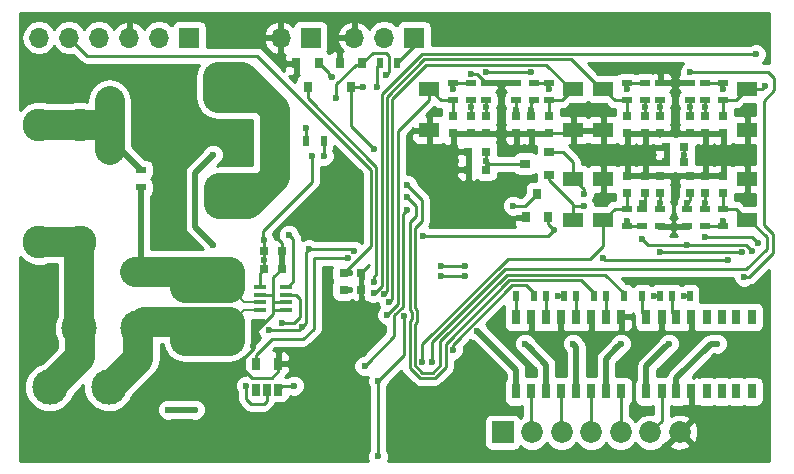
<source format=gbr>
G04 #@! TF.FileFunction,Copper,L2,Bot,Signal*
%FSLAX46Y46*%
G04 Gerber Fmt 4.6, Leading zero omitted, Abs format (unit mm)*
G04 Created by KiCad (PCBNEW 4.0.7) date 05/04/18 22:28:11*
%MOMM*%
%LPD*%
G01*
G04 APERTURE LIST*
%ADD10C,0.100000*%
%ADD11R,0.750000X0.800000*%
%ADD12R,0.800000X0.750000*%
%ADD13R,1.700000X1.300000*%
%ADD14R,0.800000X0.900000*%
%ADD15C,2.780000*%
%ADD16R,1.850000X1.850000*%
%ADD17C,1.850000*%
%ADD18C,3.000000*%
%ADD19R,1.700000X1.700000*%
%ADD20O,1.700000X1.700000*%
%ADD21R,0.900000X0.800000*%
%ADD22R,0.500000X0.900000*%
%ADD23R,0.900000X0.500000*%
%ADD24R,0.800000X1.300000*%
%ADD25R,1.060000X0.400000*%
%ADD26R,0.650000X1.060000*%
%ADD27C,0.600000*%
%ADD28C,0.250000*%
%ADD29C,0.500000*%
%ADD30C,2.540000*%
%ADD31C,0.200000*%
%ADD32C,0.254000*%
G04 APERTURE END LIST*
D10*
D11*
X99314000Y-47510000D03*
X99314000Y-49010000D03*
X100584000Y-49010000D03*
X100584000Y-47510000D03*
X96774000Y-47510000D03*
X96774000Y-49010000D03*
X95504000Y-49010000D03*
X95504000Y-47510000D03*
X96774000Y-54090000D03*
X96774000Y-52590000D03*
X95504000Y-52590000D03*
X95504000Y-54090000D03*
X99314000Y-54090000D03*
X99314000Y-52590000D03*
X100584000Y-52590000D03*
X100584000Y-54090000D03*
X84582000Y-47510000D03*
X84582000Y-49010000D03*
X85852000Y-49010000D03*
X85852000Y-47510000D03*
X82042000Y-47510000D03*
X82042000Y-49010000D03*
X80772000Y-49010000D03*
X80772000Y-47510000D03*
D12*
X98794000Y-51435000D03*
X97294000Y-51435000D03*
X82030000Y-52070000D03*
X80530000Y-52070000D03*
X97294000Y-50165000D03*
X98794000Y-50165000D03*
X80530000Y-50546000D03*
X82030000Y-50546000D03*
D11*
X102108000Y-49010000D03*
X102108000Y-47510000D03*
X93980000Y-49010000D03*
X93980000Y-47510000D03*
X93980000Y-52590000D03*
X93980000Y-54090000D03*
X102108000Y-52590000D03*
X102108000Y-54090000D03*
X87376000Y-49010000D03*
X87376000Y-47510000D03*
X79248000Y-49010000D03*
X79248000Y-47510000D03*
D12*
X71489000Y-62230000D03*
X69989000Y-62230000D03*
X71489000Y-60833000D03*
X69989000Y-60833000D03*
X64758000Y-60452000D03*
X63258000Y-60452000D03*
X63258000Y-58928000D03*
X64758000Y-58928000D03*
D13*
X89408000Y-56360000D03*
X89408000Y-52860000D03*
X104140000Y-45240000D03*
X104140000Y-48740000D03*
X91948000Y-45240000D03*
X91948000Y-48740000D03*
X91948000Y-56360000D03*
X91948000Y-52860000D03*
X104140000Y-56360000D03*
X104140000Y-52860000D03*
X89408000Y-45240000D03*
X89408000Y-48740000D03*
X77216000Y-45240000D03*
X77216000Y-48740000D03*
D14*
X69662000Y-43069000D03*
X71562000Y-43069000D03*
X70612000Y-45069000D03*
X65979000Y-43069000D03*
X67879000Y-43069000D03*
X66929000Y-45069000D03*
D15*
X47625000Y-48260000D03*
X44225000Y-48260000D03*
X47625000Y-58180000D03*
X44225000Y-58180000D03*
D16*
X83439000Y-74295000D03*
D17*
X85939000Y-74295000D03*
X88439000Y-74295000D03*
X90939000Y-74295000D03*
X93439000Y-74295000D03*
X95939000Y-74295000D03*
X98439000Y-74295000D03*
D18*
X52584360Y-65483740D03*
X50085000Y-70485000D03*
X45085000Y-70485000D03*
X47584360Y-65483740D03*
D19*
X67183000Y-40894000D03*
D20*
X64643000Y-40894000D03*
D19*
X56896000Y-40894000D03*
D20*
X54356000Y-40894000D03*
X51816000Y-40894000D03*
X49276000Y-40894000D03*
X46736000Y-40894000D03*
X44196000Y-40894000D03*
D19*
X75946000Y-40894000D03*
D20*
X73406000Y-40894000D03*
X70866000Y-40894000D03*
D14*
X87310000Y-56118000D03*
X85410000Y-56118000D03*
X86360000Y-54118000D03*
D21*
X87360000Y-50612000D03*
X87360000Y-52512000D03*
X85360000Y-51562000D03*
D22*
X84594000Y-62738000D03*
X86094000Y-62738000D03*
X87134000Y-62738000D03*
X88634000Y-62738000D03*
X89674000Y-62738000D03*
X91174000Y-62738000D03*
X92214000Y-62738000D03*
X93714000Y-62738000D03*
X95262000Y-62738000D03*
X96762000Y-62738000D03*
X97802000Y-62738000D03*
X99302000Y-62738000D03*
D23*
X99314000Y-44716000D03*
X99314000Y-46216000D03*
X96774000Y-44716000D03*
X96774000Y-46216000D03*
X96774000Y-56884000D03*
X96774000Y-55384000D03*
X99060000Y-56884000D03*
X99060000Y-55384000D03*
X84582000Y-44716000D03*
X84582000Y-46216000D03*
X82042000Y-44716000D03*
X82042000Y-46216000D03*
X100584000Y-44716000D03*
X100584000Y-46216000D03*
X95504000Y-44716000D03*
X95504000Y-46216000D03*
X95250000Y-56884000D03*
X95250000Y-55384000D03*
X100584000Y-56884000D03*
X100584000Y-55384000D03*
X86106000Y-44716000D03*
X86106000Y-46216000D03*
X80772000Y-44716000D03*
X80772000Y-46216000D03*
X102108000Y-46216000D03*
X102108000Y-44716000D03*
X93980000Y-46216000D03*
X93980000Y-44716000D03*
X93980000Y-55384000D03*
X93980000Y-56884000D03*
X102108000Y-55384000D03*
X102108000Y-56884000D03*
X87376000Y-46216000D03*
X87376000Y-44716000D03*
X79248000Y-46216000D03*
X79248000Y-44716000D03*
D22*
X66814000Y-49657000D03*
X68314000Y-49657000D03*
D23*
X52832000Y-53582000D03*
X52832000Y-52082000D03*
D22*
X74537000Y-43053000D03*
X73037000Y-43053000D03*
D24*
X84577000Y-64541000D03*
X85857000Y-64541000D03*
X87117000Y-64541000D03*
X88387000Y-64541000D03*
X89667000Y-64541000D03*
X90937000Y-64541000D03*
X92197000Y-64541000D03*
X93477000Y-64541000D03*
X93477000Y-70841000D03*
X92197000Y-70841000D03*
X90937000Y-70841000D03*
X89667000Y-70841000D03*
X88387000Y-70841000D03*
X87117000Y-70841000D03*
X85857000Y-70841000D03*
X84577000Y-70841000D03*
X95626000Y-64541000D03*
X96906000Y-64541000D03*
X98166000Y-64541000D03*
X99436000Y-64541000D03*
X100716000Y-64541000D03*
X101986000Y-64541000D03*
X103246000Y-64541000D03*
X104526000Y-64541000D03*
X104526000Y-70841000D03*
X103246000Y-70841000D03*
X101986000Y-70841000D03*
X100716000Y-70841000D03*
X99436000Y-70841000D03*
X98166000Y-70841000D03*
X96906000Y-70841000D03*
X95626000Y-70841000D03*
D25*
X62908000Y-63972000D03*
X62908000Y-63322000D03*
X62908000Y-62662000D03*
X62908000Y-62012000D03*
X65108000Y-62012000D03*
X65108000Y-62662000D03*
X65108000Y-63322000D03*
X65108000Y-63972000D03*
D26*
X64450000Y-70696000D03*
X63500000Y-70696000D03*
X62550000Y-70696000D03*
X62550000Y-68496000D03*
X64450000Y-68496000D03*
D27*
X99314000Y-46736000D03*
X90678000Y-48768000D03*
X68580000Y-67056000D03*
X98806000Y-61468000D03*
X64516000Y-67310000D03*
X61341000Y-68834000D03*
X77978000Y-74930000D03*
X77978000Y-71628000D03*
X80518000Y-67310000D03*
X80772000Y-43942000D03*
X98044000Y-54864000D03*
X57531000Y-75184000D03*
X68326000Y-56642000D03*
X64770000Y-59690000D03*
X100584000Y-46736000D03*
X96774000Y-46736000D03*
X95504000Y-46736000D03*
X96774000Y-54864000D03*
X95250000Y-54864000D03*
X99060000Y-54864000D03*
X100584000Y-54864000D03*
X84582000Y-46990000D03*
X85852000Y-46990000D03*
X82042000Y-46736000D03*
X80772000Y-46736000D03*
X82042000Y-51308000D03*
X98806000Y-50800000D03*
X73660000Y-64389000D03*
X73817603Y-63297005D03*
X77470000Y-68326000D03*
X76640021Y-68326000D03*
X73406000Y-62611000D03*
X105664000Y-44958000D03*
X104902000Y-42291000D03*
X72517000Y-62484000D03*
X57404000Y-72390000D03*
X55118000Y-72390000D03*
X63258000Y-59690000D03*
X67310000Y-50927000D03*
X67056000Y-58801000D03*
X70866000Y-58928000D03*
X66421000Y-65405000D03*
X63627000Y-65659000D03*
X73533000Y-44069000D03*
X69342000Y-45974000D03*
X61722000Y-70358000D03*
X63246000Y-58039000D03*
X70485000Y-62230000D03*
X70485000Y-60833000D03*
X102489000Y-59690000D03*
X91948000Y-59563000D03*
X103898341Y-61146021D03*
X99314000Y-43815000D03*
X90297000Y-55118000D03*
X90297000Y-54102000D03*
X72771000Y-45085000D03*
X72517000Y-50292000D03*
X71628000Y-45085000D03*
X68961000Y-44196000D03*
X72516984Y-61595000D03*
X50165000Y-49403000D03*
X50165000Y-47244000D03*
X50165000Y-48260000D03*
X50165000Y-50419000D03*
X50165000Y-46228000D03*
X96774000Y-59045010D03*
X103698118Y-59045010D03*
X104521000Y-58928000D03*
X99060000Y-58420000D03*
X95250000Y-57912000D03*
X100584000Y-57785000D03*
X105029000Y-58293000D03*
X59436000Y-66548000D03*
X60198000Y-66548000D03*
X57531000Y-66548000D03*
X56642000Y-66548000D03*
X58547000Y-66548000D03*
X76708000Y-57658000D03*
X87757000Y-57150000D03*
X84328000Y-55118000D03*
X58928000Y-58420000D03*
X58928000Y-50800000D03*
X61468000Y-54991000D03*
X60452000Y-54991000D03*
X62103000Y-44958000D03*
X62738000Y-45593000D03*
X61341000Y-44196000D03*
X60452000Y-44196000D03*
X59436000Y-44196000D03*
X62357000Y-54356000D03*
X63240000Y-53600000D03*
X59436000Y-54991000D03*
X59309000Y-45974000D03*
X59436000Y-53594000D03*
X52324000Y-60706000D03*
X60325000Y-60706000D03*
X58420000Y-60706000D03*
X56642000Y-60706000D03*
X54415000Y-60706000D03*
X98806000Y-62738000D03*
X80264000Y-60198000D03*
X78232000Y-60198000D03*
X96266000Y-62738000D03*
X80264000Y-61087000D03*
X78232000Y-61087000D03*
X75311000Y-53340000D03*
X75311000Y-54356000D03*
X88138000Y-62738000D03*
X79248000Y-67310000D03*
X81306592Y-65754306D03*
X85344000Y-66802000D03*
X89408000Y-66802000D03*
X93472000Y-66802000D03*
X97536000Y-66802000D03*
X101600000Y-66802000D03*
X102108000Y-45212000D03*
X93980000Y-45212000D03*
X93980000Y-56388000D03*
X102108000Y-56388000D03*
X87376000Y-45212000D03*
X79248000Y-45212000D03*
X66802000Y-48514000D03*
X68326000Y-50927000D03*
X71755000Y-68707000D03*
X75311000Y-55499000D03*
X65341500Y-57594500D03*
X64770000Y-65024000D03*
X65786000Y-70358000D03*
X75112999Y-64446921D03*
X72898000Y-76327000D03*
X72898000Y-69977000D03*
X70358000Y-59563000D03*
X85852000Y-43816032D03*
X82042000Y-43816032D03*
D28*
X99314000Y-46736000D02*
X99314000Y-47510000D01*
X99314000Y-47510000D02*
X99314000Y-46216000D01*
X91948000Y-48740000D02*
X90706000Y-48740000D01*
X90706000Y-48740000D02*
X90678000Y-48768000D01*
X68280001Y-67355999D02*
X68580000Y-67056000D01*
X67140000Y-68496000D02*
X68280001Y-67355999D01*
X64450000Y-68496000D02*
X67140000Y-68496000D01*
X71489000Y-64147000D02*
X68879999Y-66756001D01*
X71489000Y-62230000D02*
X71489000Y-64147000D01*
X68879999Y-66756001D02*
X68580000Y-67056000D01*
X61341000Y-68834000D02*
X61341000Y-68199000D01*
X64450000Y-68496000D02*
X64450000Y-69154000D01*
X62230000Y-69723000D02*
X61341000Y-68834000D01*
X63881000Y-69723000D02*
X62230000Y-69723000D01*
X64450000Y-69154000D02*
X63881000Y-69723000D01*
X64008000Y-64262000D02*
X64008000Y-63754000D01*
X62357000Y-65913000D02*
X64008000Y-64262000D01*
X62357000Y-67183000D02*
X62357000Y-65913000D01*
X61341000Y-68199000D02*
X62357000Y-67183000D01*
X87376000Y-49010000D02*
X89138000Y-49010000D01*
X89138000Y-49010000D02*
X89408000Y-48740000D01*
X99436000Y-64541000D02*
X99436000Y-64013000D01*
X71489000Y-60833000D02*
X72136000Y-60186000D01*
X77978000Y-71628000D02*
X77978000Y-74930000D01*
X64008000Y-62865000D02*
X64008000Y-61202000D01*
X64008000Y-61202000D02*
X64758000Y-60452000D01*
X82042000Y-44716000D02*
X82042000Y-44704000D01*
X82042000Y-44704000D02*
X81280000Y-43942000D01*
X81280000Y-43942000D02*
X80772000Y-43942000D01*
X84582000Y-44716000D02*
X82042000Y-44716000D01*
X99314000Y-44716000D02*
X96774000Y-44716000D01*
X96774000Y-52590000D02*
X97675000Y-52590000D01*
X98044000Y-52959000D02*
X98044000Y-54864000D01*
X97675000Y-52590000D02*
X98044000Y-52959000D01*
X64770000Y-58293000D02*
X64262000Y-57785000D01*
X64262000Y-57785000D02*
X64262000Y-57277000D01*
X64262000Y-57277000D02*
X64897000Y-56642000D01*
X64897000Y-56642000D02*
X68326000Y-56642000D01*
X64770000Y-58293000D02*
X64770000Y-59690000D01*
X65108000Y-63972000D02*
X64044000Y-63972000D01*
X64008000Y-63936000D02*
X64008000Y-63754000D01*
X64008000Y-63754000D02*
X64008000Y-62865000D01*
X64044000Y-63972000D02*
X64008000Y-63936000D01*
X62908000Y-62662000D02*
X63957000Y-62662000D01*
X64059000Y-63322000D02*
X65108000Y-63322000D01*
X64008000Y-63373000D02*
X64059000Y-63322000D01*
X64008000Y-62713000D02*
X64008000Y-62865000D01*
X64008000Y-62865000D02*
X64008000Y-63373000D01*
X63957000Y-62662000D02*
X64008000Y-62713000D01*
X100596000Y-46216000D02*
X100584000Y-46228000D01*
X100584000Y-47510000D02*
X100584000Y-46736000D01*
X100584000Y-46736000D02*
X100584000Y-46228000D01*
X96774000Y-46216000D02*
X96774000Y-46736000D01*
X96774000Y-47510000D02*
X96774000Y-46216000D01*
X95504000Y-46736000D02*
X95504000Y-46216000D01*
X95492000Y-46724000D02*
X95504000Y-46736000D01*
X95504000Y-47510000D02*
X95504000Y-46736000D01*
X96774000Y-54864000D02*
X96774000Y-55384000D01*
X96774000Y-54090000D02*
X96774000Y-55384000D01*
X95504000Y-54090000D02*
X95504000Y-54610000D01*
X95504000Y-54610000D02*
X95250000Y-54864000D01*
X95504000Y-54090000D02*
X95504000Y-55130000D01*
X95504000Y-55130000D02*
X95250000Y-55384000D01*
X99060000Y-54864000D02*
X99314000Y-54610000D01*
X99314000Y-54610000D02*
X99314000Y-54090000D01*
X99060000Y-55384000D02*
X99060000Y-54864000D01*
X99060000Y-55384000D02*
X99060000Y-54864000D01*
X100584000Y-54090000D02*
X100584000Y-55384000D01*
X100584000Y-54864000D02*
X100584000Y-54090000D01*
X100584000Y-54864000D02*
X100584000Y-55384000D01*
X84582000Y-46216000D02*
X84582000Y-46990000D01*
X84582000Y-47510000D02*
X84582000Y-46990000D01*
X85852000Y-46990000D02*
X85852000Y-46470000D01*
X85852000Y-46470000D02*
X86106000Y-46216000D01*
X85852000Y-46990000D02*
X85852000Y-47510000D01*
X82042000Y-46216000D02*
X82042000Y-47510000D01*
X82042000Y-46736000D02*
X82042000Y-46216000D01*
X80772000Y-46216000D02*
X80772000Y-46736000D01*
X80772000Y-46736000D02*
X80772000Y-47510000D01*
X85360000Y-51562000D02*
X82296000Y-51562000D01*
X82296000Y-51562000D02*
X82042000Y-51308000D01*
X82042000Y-51308000D02*
X82042000Y-52058000D01*
X82042000Y-52058000D02*
X82030000Y-52070000D01*
X82030000Y-51296000D02*
X82030000Y-50546000D01*
X82042000Y-51308000D02*
X82030000Y-51296000D01*
X98806000Y-50800000D02*
X98806000Y-50177000D01*
X98806000Y-50177000D02*
X98794000Y-50165000D01*
X98794000Y-50812000D02*
X98794000Y-51435000D01*
X98806000Y-50800000D02*
X98794000Y-50812000D01*
X74549000Y-48807000D02*
X74549000Y-63490610D01*
X77216000Y-45240000D02*
X77216000Y-46140000D01*
X74549000Y-63490610D02*
X73660000Y-64379610D01*
X77216000Y-46140000D02*
X74549000Y-48807000D01*
X73660000Y-64379610D02*
X73660000Y-64389000D01*
X79248000Y-46216000D02*
X78192000Y-46216000D01*
X78192000Y-46216000D02*
X77216000Y-45240000D01*
X79248000Y-47510000D02*
X79248000Y-46216000D01*
X74098989Y-63015619D02*
X73817603Y-63297005D01*
X89408000Y-45240000D02*
X89208000Y-45240000D01*
X76991215Y-43191022D02*
X74098989Y-46083248D01*
X89208000Y-45240000D02*
X87159022Y-43191022D01*
X74098989Y-46083248D02*
X74098989Y-63015619D01*
X87159022Y-43191022D02*
X76991215Y-43191022D01*
X87376000Y-46216000D02*
X88432000Y-46216000D01*
X88432000Y-46216000D02*
X89408000Y-45240000D01*
X87376000Y-46216000D02*
X87376000Y-47510000D01*
X104070989Y-60521011D02*
X83625399Y-60521011D01*
X83625399Y-60521011D02*
X77470000Y-66676410D01*
X105791000Y-58801000D02*
X104070989Y-60521011D01*
X104140000Y-56360000D02*
X104340000Y-56360000D01*
X104340000Y-56360000D02*
X105791000Y-57811000D01*
X105791000Y-57811000D02*
X105791000Y-58801000D01*
X77470000Y-66676410D02*
X77470000Y-67901736D01*
X77470000Y-67901736D02*
X77470000Y-68326000D01*
X102108000Y-55384000D02*
X103164000Y-55384000D01*
X103164000Y-55384000D02*
X104140000Y-56360000D01*
X102108000Y-54090000D02*
X102108000Y-55384000D01*
X91948000Y-56360000D02*
X91948000Y-58547000D01*
X90874011Y-59620989D02*
X83889011Y-59620989D01*
X91948000Y-58547000D02*
X90874011Y-59620989D01*
X83889011Y-59620989D02*
X76640021Y-66869979D01*
X76640021Y-66869979D02*
X76640021Y-67901736D01*
X76640021Y-67901736D02*
X76640021Y-68326000D01*
X93980000Y-55384000D02*
X92924000Y-55384000D01*
X92924000Y-55384000D02*
X91948000Y-56360000D01*
X93980000Y-54090000D02*
X93980000Y-55130000D01*
X93980000Y-55130000D02*
X93726000Y-55384000D01*
X73648978Y-45896848D02*
X73648978Y-62368022D01*
X76804815Y-42741011D02*
X73648978Y-45896848D01*
X73648978Y-62368022D02*
X73406000Y-62611000D01*
X89249011Y-42741011D02*
X76804815Y-42741011D01*
X91948000Y-45240000D02*
X91748000Y-45240000D01*
X91748000Y-45240000D02*
X89249011Y-42741011D01*
X93980000Y-46216000D02*
X92924000Y-46216000D01*
X92924000Y-46216000D02*
X91948000Y-45240000D01*
X93980000Y-46216000D02*
X93980000Y-47510000D01*
X94234000Y-45986000D02*
X93980000Y-45986000D01*
X73198967Y-61802033D02*
X73198967Y-61929033D01*
X105382000Y-45240000D02*
X105664000Y-44958000D01*
X104140000Y-45240000D02*
X105382000Y-45240000D01*
X73198967Y-45677263D02*
X73198967Y-61802033D01*
X76585230Y-42291000D02*
X73198967Y-45677263D01*
X104140000Y-42291000D02*
X104902000Y-42291000D01*
X104140000Y-42291000D02*
X76585230Y-42291000D01*
X72644000Y-62484000D02*
X72517000Y-62484000D01*
X73198967Y-61929033D02*
X72644000Y-62484000D01*
X102108000Y-46216000D02*
X103164000Y-46216000D01*
X103164000Y-46216000D02*
X104140000Y-45240000D01*
X102108000Y-46216000D02*
X102108000Y-47510000D01*
D29*
X57404000Y-72390000D02*
X55118000Y-72390000D01*
D28*
X63500000Y-70696000D02*
X63500000Y-71628000D01*
X61722000Y-71501000D02*
X61722000Y-70358000D01*
X62103000Y-71882000D02*
X61722000Y-71501000D01*
X63246000Y-71882000D02*
X62103000Y-71882000D01*
X63500000Y-71628000D02*
X63246000Y-71882000D01*
X67056000Y-58801000D02*
X66802000Y-59055000D01*
X66802000Y-65024000D02*
X66421000Y-65405000D01*
X66802000Y-59055000D02*
X66802000Y-65024000D01*
X63119000Y-57912000D02*
X63246000Y-58039000D01*
X63119000Y-57277000D02*
X63119000Y-57912000D01*
X67310000Y-53086000D02*
X63119000Y-57277000D01*
X67310000Y-50927000D02*
X67310000Y-53086000D01*
X70739000Y-58801000D02*
X67056000Y-58801000D01*
X70866000Y-58928000D02*
X70739000Y-58801000D01*
X66421000Y-65405000D02*
X66167000Y-65659000D01*
X66167000Y-65659000D02*
X63627000Y-65659000D01*
X71562000Y-43069000D02*
X72467000Y-42164000D01*
X73787000Y-43815000D02*
X73533000Y-44069000D01*
X73787000Y-42418000D02*
X73787000Y-43815000D01*
X73533000Y-42164000D02*
X73787000Y-42418000D01*
X72467000Y-42164000D02*
X73533000Y-42164000D01*
X70993000Y-43180000D02*
X71451000Y-43180000D01*
X69342000Y-44831000D02*
X70993000Y-43180000D01*
X69342000Y-45974000D02*
X69342000Y-44831000D01*
X71451000Y-43180000D02*
X71562000Y-43069000D01*
X61722000Y-70231000D02*
X61722000Y-70358000D01*
X62944000Y-61976000D02*
X62908000Y-62012000D01*
X63258000Y-58051000D02*
X63258000Y-58928000D01*
X63246000Y-58039000D02*
X63258000Y-58051000D01*
X63258000Y-60452000D02*
X63258000Y-59690000D01*
X63258000Y-59690000D02*
X63258000Y-58928000D01*
X62908000Y-62012000D02*
X62908000Y-60802000D01*
X62908000Y-60802000D02*
X63258000Y-60452000D01*
X70485000Y-62230000D02*
X69989000Y-62230000D01*
X69989000Y-60833000D02*
X72263000Y-58559000D01*
X72263000Y-58559000D02*
X72263000Y-52070000D01*
X72263000Y-52070000D02*
X71374000Y-51181000D01*
X71374000Y-51181000D02*
X62611000Y-42418000D01*
X46736000Y-40894000D02*
X48260000Y-42418000D01*
X62611000Y-42418000D02*
X62484000Y-42418000D01*
X48260000Y-42418000D02*
X62611000Y-42418000D01*
X70485000Y-60833000D02*
X69989000Y-60833000D01*
X102489000Y-59690000D02*
X92075000Y-59690000D01*
X92075000Y-59690000D02*
X91948000Y-59563000D01*
X105537000Y-46228000D02*
X105537000Y-56769000D01*
X106299000Y-57531000D02*
X106299000Y-59169626D01*
X105537000Y-56769000D02*
X106299000Y-57531000D01*
X106426000Y-44323000D02*
X106426000Y-45339000D01*
X105918000Y-43815000D02*
X106426000Y-44323000D01*
X104322605Y-61146021D02*
X103898341Y-61146021D01*
X99314000Y-43815000D02*
X105918000Y-43815000D01*
X106426000Y-45339000D02*
X105537000Y-46228000D01*
X106299000Y-59169626D02*
X104322605Y-61146021D01*
X90297000Y-55118000D02*
X89408000Y-55118000D01*
X89408000Y-56360000D02*
X89408000Y-56007000D01*
X87360000Y-52512000D02*
X87360000Y-52943000D01*
X87360000Y-52943000D02*
X89408000Y-54991000D01*
X89408000Y-54991000D02*
X89408000Y-55118000D01*
X89408000Y-55118000D02*
X89408000Y-56360000D01*
X89408000Y-52860000D02*
X90297000Y-53749000D01*
X90297000Y-53749000D02*
X90297000Y-54102000D01*
X89408000Y-52860000D02*
X89408000Y-51435000D01*
X88585000Y-50612000D02*
X87360000Y-50612000D01*
X89408000Y-51435000D02*
X88585000Y-50612000D01*
X73037000Y-43053000D02*
X72771000Y-43319000D01*
X72771000Y-43319000D02*
X72771000Y-45085000D01*
X70612000Y-45069000D02*
X70612000Y-48387000D01*
X70612000Y-48387000D02*
X72517000Y-50292000D01*
X70612000Y-45069000D02*
X70628000Y-45085000D01*
X70628000Y-45085000D02*
X71628000Y-45085000D01*
X68707000Y-43897000D02*
X67879000Y-43069000D01*
X68707000Y-44196000D02*
X68707000Y-43897000D01*
X68961000Y-44196000D02*
X68707000Y-44196000D01*
X72748956Y-51815919D02*
X72748956Y-60938764D01*
X72748956Y-60938764D02*
X72516984Y-61170736D01*
X72516984Y-61170736D02*
X72516984Y-61595000D01*
X66929000Y-45069000D02*
X66929000Y-45995963D01*
X66929000Y-45995963D02*
X72748956Y-51815919D01*
X72748956Y-51815919D02*
X72748965Y-51815919D01*
X72748965Y-51815919D02*
X72748956Y-51815919D01*
D29*
X50165000Y-50419000D02*
X51169000Y-50419000D01*
X51169000Y-50419000D02*
X52832000Y-52082000D01*
D30*
X50165000Y-48260000D02*
X50165000Y-49403000D01*
X50165000Y-47244000D02*
X50165000Y-48260000D01*
X50165000Y-48260000D02*
X50165000Y-48260000D01*
X50165000Y-48260000D02*
X50101500Y-48196500D01*
X50101500Y-48196500D02*
X50165000Y-48260000D01*
X50165000Y-48260000D02*
X50165000Y-50419000D01*
X50038000Y-48260000D02*
X50101500Y-48196500D01*
X50101500Y-48196500D02*
X50165000Y-48133000D01*
X50165000Y-48133000D02*
X50165000Y-46228000D01*
X47625000Y-48260000D02*
X50038000Y-48260000D01*
X44225000Y-48260000D02*
X47625000Y-48260000D01*
X47625000Y-58180000D02*
X44225000Y-58180000D01*
X47584360Y-65483740D02*
X47584360Y-58220640D01*
X47584360Y-58220640D02*
X47625000Y-58180000D01*
X45085000Y-70485000D02*
X47625000Y-67945000D01*
X47625000Y-67945000D02*
X47625000Y-65524380D01*
X47625000Y-65524380D02*
X47584360Y-65483740D01*
D28*
X85857000Y-70841000D02*
X85857000Y-74213000D01*
X85857000Y-74213000D02*
X85939000Y-74295000D01*
X103698118Y-59045010D02*
X96774000Y-59045010D01*
X88387000Y-70841000D02*
X88387000Y-74243000D01*
X88387000Y-74243000D02*
X88439000Y-74295000D01*
X104221001Y-58628001D02*
X104521000Y-58928000D01*
X104013000Y-58420000D02*
X104221001Y-58628001D01*
X99060000Y-58420000D02*
X104013000Y-58420000D01*
X95758000Y-58420000D02*
X99060000Y-58420000D01*
X95250000Y-57912000D02*
X95758000Y-58420000D01*
X90937000Y-70841000D02*
X90937000Y-74293000D01*
X90937000Y-74293000D02*
X90939000Y-74295000D01*
X104521000Y-57785000D02*
X100584000Y-57785000D01*
X105029000Y-58293000D02*
X104521000Y-57785000D01*
X93477000Y-70841000D02*
X93477000Y-74257000D01*
X93477000Y-74257000D02*
X93439000Y-74295000D01*
D31*
X62908000Y-63972000D02*
X61559000Y-63972000D01*
X61559000Y-63972000D02*
X60583200Y-64947800D01*
X60583200Y-64947800D02*
X60325000Y-64947800D01*
D28*
X60325000Y-65405000D02*
X60325000Y-66548000D01*
D30*
X59436000Y-66548000D02*
X60325000Y-66548000D01*
X60325000Y-64947800D02*
X60325000Y-66548000D01*
X60325000Y-66548000D02*
X60325000Y-66294000D01*
X60325000Y-66294000D02*
X60198000Y-66548000D01*
X56769000Y-66548000D02*
X57531000Y-66548000D01*
X56642000Y-66548000D02*
X56769000Y-66548000D01*
X56769000Y-66548000D02*
X56515000Y-66548000D01*
X56515000Y-65659000D02*
X56515000Y-66548000D01*
X58547000Y-66548000D02*
X60198000Y-66548000D01*
X56642000Y-66548000D02*
X56515000Y-66548000D01*
X56515000Y-66548000D02*
X58547000Y-66548000D01*
X56642000Y-64947800D02*
X56642000Y-66548000D01*
X60325000Y-64947800D02*
X60325000Y-64947800D01*
X60198000Y-65074800D02*
X60198000Y-66548000D01*
X52584360Y-65483740D02*
X53120300Y-64947800D01*
X53120300Y-64947800D02*
X56642000Y-64947800D01*
X56642000Y-64947800D02*
X58547000Y-64947800D01*
X58547000Y-64947800D02*
X60325000Y-64947800D01*
X50085000Y-70485000D02*
X50165000Y-70485000D01*
X50165000Y-70485000D02*
X52584360Y-68065640D01*
X52584360Y-68065640D02*
X52584360Y-65483740D01*
D28*
X74537000Y-43053000D02*
X75946000Y-41644000D01*
X75946000Y-41644000D02*
X75946000Y-40894000D01*
X87249000Y-57658000D02*
X87757000Y-57150000D01*
X76708000Y-57658000D02*
X87249000Y-57658000D01*
X87310000Y-56703000D02*
X87310000Y-56118000D01*
X87757000Y-57150000D02*
X87310000Y-56703000D01*
X86360000Y-54118000D02*
X86344000Y-54118000D01*
X86344000Y-54118000D02*
X85344000Y-55118000D01*
X85344000Y-55118000D02*
X84328000Y-55118000D01*
D29*
X57404000Y-56896000D02*
X58928000Y-58420000D01*
X57404000Y-52324000D02*
X57404000Y-56896000D01*
X58928000Y-50800000D02*
X57404000Y-52324000D01*
D30*
X60452000Y-54991000D02*
X61468000Y-54991000D01*
X59309000Y-45847000D02*
X61214000Y-45847000D01*
X61214000Y-45847000D02*
X62103000Y-44958000D01*
X60452000Y-44196000D02*
X61214000Y-44196000D01*
X61214000Y-44196000D02*
X61341000Y-44196000D01*
X59436000Y-44196000D02*
X60452000Y-44196000D01*
X59309000Y-44323000D02*
X59309000Y-44196000D01*
X59309000Y-44450000D02*
X59309000Y-44196000D01*
X59309000Y-44196000D02*
X59309000Y-44323000D01*
X59309000Y-44577000D02*
X59309000Y-44323000D01*
X59309000Y-44323000D02*
X59309000Y-44450000D01*
X59309000Y-45974000D02*
X59309000Y-45847000D01*
X59309000Y-45847000D02*
X59309000Y-44577000D01*
X59309000Y-44577000D02*
X59309000Y-44450000D01*
X59309000Y-44450000D02*
X59436000Y-44196000D01*
X61087000Y-54991000D02*
X60452000Y-54991000D01*
X60452000Y-54991000D02*
X61722000Y-54991000D01*
X61722000Y-54991000D02*
X62357000Y-54356000D01*
X63240000Y-53600000D02*
X63246000Y-53594000D01*
X63246000Y-53594000D02*
X64135000Y-52705000D01*
X61087000Y-54991000D02*
X61849000Y-54991000D01*
X59436000Y-53594000D02*
X59436000Y-54991000D01*
X59436000Y-53594000D02*
X59436000Y-54991000D01*
X59309000Y-45974000D02*
X59436000Y-45847000D01*
X59436000Y-45847000D02*
X59436000Y-44196000D01*
X59436000Y-44196000D02*
X61341000Y-44196000D01*
X61341000Y-44196000D02*
X62738000Y-45593000D01*
X62738000Y-45593000D02*
X64135000Y-46990000D01*
X59436000Y-53594000D02*
X59436000Y-54991000D01*
X59436000Y-54991000D02*
X61849000Y-54991000D01*
X61849000Y-54991000D02*
X64135000Y-52705000D01*
X59309000Y-45974000D02*
X63119000Y-45974000D01*
X63119000Y-45974000D02*
X64135000Y-46990000D01*
X64135000Y-46990000D02*
X64135000Y-52705000D01*
X64135000Y-52705000D02*
X63246000Y-53594000D01*
X63246000Y-53594000D02*
X59436000Y-53594000D01*
D31*
X62908000Y-63322000D02*
X61544000Y-63322000D01*
X61544000Y-63322000D02*
X60325000Y-62103000D01*
D30*
X56642000Y-60706000D02*
X56515000Y-60833000D01*
X56515000Y-60833000D02*
X56515000Y-62103000D01*
X56515000Y-62103000D02*
X60325000Y-62103000D01*
X60325000Y-62103000D02*
X60325000Y-60706000D01*
D29*
X52832000Y-53582000D02*
X52832000Y-60198000D01*
X52832000Y-60198000D02*
X52324000Y-60706000D01*
D30*
X55245000Y-60706000D02*
X52324000Y-60706000D01*
X60325000Y-60706000D02*
X58420000Y-60706000D01*
X56642000Y-60706000D02*
X58420000Y-60706000D01*
X56642000Y-60706000D02*
X54415000Y-60706000D01*
X54415000Y-60706000D02*
X55245000Y-60706000D01*
D28*
X84594000Y-62738000D02*
X84594000Y-64524000D01*
X84594000Y-64524000D02*
X84577000Y-64541000D01*
X98806000Y-62738000D02*
X99302000Y-62738000D01*
X78232000Y-60198000D02*
X80264000Y-60198000D01*
X87134000Y-62738000D02*
X87134000Y-64524000D01*
X87134000Y-64524000D02*
X87117000Y-64541000D01*
X96762000Y-62738000D02*
X96266000Y-62738000D01*
X78232000Y-61087000D02*
X80264000Y-61087000D01*
X89674000Y-62738000D02*
X89674000Y-64534000D01*
X89674000Y-64534000D02*
X89667000Y-64541000D01*
X76188012Y-63960519D02*
X76015011Y-63787518D01*
X76640399Y-69272989D02*
X76015011Y-68647601D01*
X77537601Y-69272989D02*
X76640399Y-69272989D01*
X93714000Y-62738000D02*
X93714000Y-62538000D01*
X76015011Y-68647601D02*
X76015011Y-65106324D01*
X93714000Y-62538000D02*
X92147022Y-60971022D01*
X76188012Y-64933323D02*
X76188012Y-63960519D01*
X76015011Y-63787518D02*
X76015011Y-57023000D01*
X78172988Y-66609832D02*
X78172988Y-68637602D01*
X78172988Y-68637602D02*
X77537601Y-69272989D01*
X83811798Y-60971022D02*
X78172988Y-66609832D01*
X76015011Y-65106324D02*
X76188012Y-64933323D01*
X92147022Y-60971022D02*
X83811798Y-60971022D01*
X76015011Y-57023000D02*
X76581000Y-56457011D01*
X76581000Y-54610000D02*
X75610999Y-53639999D01*
X76581000Y-56457011D02*
X76581000Y-54610000D01*
X75610999Y-53639999D02*
X75311000Y-53340000D01*
X92214000Y-62738000D02*
X92214000Y-64524000D01*
X92214000Y-64524000D02*
X92197000Y-64541000D01*
X76073000Y-55118000D02*
X75610999Y-54655999D01*
X75565000Y-63973918D02*
X75565000Y-56515000D01*
X76073000Y-56007000D02*
X76073000Y-55118000D01*
X75738001Y-64146919D02*
X75565000Y-63973918D01*
X75565000Y-56515000D02*
X76073000Y-56007000D01*
X75610999Y-54655999D02*
X75311000Y-54356000D01*
X78622999Y-68824002D02*
X77724001Y-69723000D01*
X83998197Y-61421033D02*
X78622999Y-66796231D01*
X90057033Y-61421033D02*
X83998197Y-61421033D01*
X75738001Y-64746923D02*
X75738001Y-64146919D01*
X91174000Y-62538000D02*
X90057033Y-61421033D01*
X91174000Y-62738000D02*
X91174000Y-62538000D01*
X77724001Y-69723000D02*
X76453999Y-69723000D01*
X75565000Y-68834001D02*
X75565000Y-64919924D01*
X76453999Y-69723000D02*
X75565000Y-68834001D01*
X78622999Y-66796231D02*
X78622999Y-68824002D01*
X75565000Y-64919924D02*
X75738001Y-64746923D01*
X95262000Y-62738000D02*
X95262000Y-64177000D01*
X95262000Y-64177000D02*
X95626000Y-64541000D01*
X88138000Y-62738000D02*
X88634000Y-62738000D01*
X97802000Y-62738000D02*
X97802000Y-64177000D01*
X97802000Y-64177000D02*
X98166000Y-64541000D01*
X79248000Y-66885736D02*
X79248000Y-67310000D01*
X85427044Y-61871044D02*
X84262692Y-61871044D01*
X86094000Y-62538000D02*
X85427044Y-61871044D01*
X86094000Y-62738000D02*
X86094000Y-62538000D01*
X84262692Y-61871044D02*
X79248000Y-66885736D01*
D29*
X81606591Y-66054305D02*
X81306592Y-65754306D01*
X84577000Y-69024714D02*
X81606591Y-66054305D01*
X84577000Y-70841000D02*
X84577000Y-69024714D01*
X85643999Y-67101999D02*
X85344000Y-66802000D01*
X87117000Y-68575000D02*
X85643999Y-67101999D01*
X87117000Y-70841000D02*
X87117000Y-68575000D01*
X89667000Y-67061000D02*
X89408000Y-66802000D01*
X89667000Y-70841000D02*
X89667000Y-67061000D01*
X93172001Y-67101999D02*
X93472000Y-66802000D01*
X92197000Y-70841000D02*
X92197000Y-68077000D01*
X92197000Y-68077000D02*
X93172001Y-67101999D01*
X95626000Y-68712000D02*
X97236001Y-67101999D01*
X95626000Y-70841000D02*
X95626000Y-68712000D01*
X97236001Y-67101999D02*
X97536000Y-66802000D01*
X101175736Y-66802000D02*
X101600000Y-66802000D01*
X101055000Y-66802000D02*
X101175736Y-66802000D01*
X98166000Y-69691000D02*
X101055000Y-66802000D01*
X98166000Y-70841000D02*
X98166000Y-69691000D01*
D28*
X102108000Y-45212000D02*
X102108000Y-44716000D01*
X102108000Y-44716000D02*
X100584000Y-44716000D01*
X100584000Y-44716000D02*
X100596000Y-44704000D01*
X93980000Y-45212000D02*
X93980000Y-44716000D01*
X95504000Y-44716000D02*
X93980000Y-44716000D01*
X93980000Y-56388000D02*
X93726000Y-56884000D01*
X95250000Y-56884000D02*
X93726000Y-56884000D01*
X102108000Y-56388000D02*
X102108000Y-56884000D01*
X102108000Y-56884000D02*
X100584000Y-56884000D01*
X86106000Y-44716000D02*
X87376000Y-44716000D01*
X87376000Y-45212000D02*
X87376000Y-44716000D01*
X80772000Y-44716000D02*
X79248000Y-44716000D01*
X79248000Y-45212000D02*
X79248000Y-44716000D01*
X66814000Y-48526000D02*
X66814000Y-49657000D01*
X66802000Y-48514000D02*
X66814000Y-48526000D01*
X68314000Y-49657000D02*
X68314000Y-50915000D01*
X68314000Y-50915000D02*
X68326000Y-50927000D01*
X74285002Y-64391019D02*
X74285002Y-66176998D01*
X74285002Y-66176998D02*
X72054999Y-68407001D01*
X75011001Y-55798999D02*
X75011001Y-63665020D01*
X75011001Y-63665020D02*
X74285002Y-64391019D01*
X75311000Y-55499000D02*
X75011001Y-55798999D01*
X72054999Y-68407001D02*
X71755000Y-68707000D01*
X65108000Y-62012000D02*
X65242000Y-62012000D01*
X65242000Y-62012000D02*
X65722500Y-61531500D01*
X65722500Y-61531500D02*
X65722500Y-57975500D01*
X65722500Y-57975500D02*
X65341500Y-57594500D01*
X65108000Y-62662000D02*
X65964000Y-62662000D01*
X65786000Y-65024000D02*
X64770000Y-65024000D01*
X66294000Y-64516000D02*
X65786000Y-65024000D01*
X66294000Y-62992000D02*
X66294000Y-64516000D01*
X65964000Y-62662000D02*
X66294000Y-62992000D01*
X64788000Y-70358000D02*
X65786000Y-70358000D01*
X64450000Y-70696000D02*
X64788000Y-70358000D01*
X75112999Y-64871185D02*
X75112999Y-64446921D01*
X75112999Y-67762001D02*
X75112999Y-64871185D01*
X72898000Y-69977000D02*
X75112999Y-67762001D01*
X72898000Y-69977000D02*
X72898000Y-76327000D01*
X70358000Y-59563000D02*
X67437000Y-59563000D01*
X67437000Y-59563000D02*
X67437000Y-65532000D01*
X67437000Y-65532000D02*
X66548000Y-66421000D01*
X66548000Y-66421000D02*
X63881000Y-66421000D01*
X63881000Y-66421000D02*
X62550000Y-67752000D01*
X62550000Y-67752000D02*
X62550000Y-68496000D01*
X85427736Y-43816032D02*
X82042000Y-43816032D01*
X85852000Y-43816032D02*
X85427736Y-43816032D01*
X96906000Y-70841000D02*
X96906000Y-73328000D01*
X96906000Y-73328000D02*
X95939000Y-74295000D01*
D32*
G36*
X105970000Y-76760000D02*
X73730606Y-76760000D01*
X73832838Y-76513799D01*
X73833162Y-76141833D01*
X73691117Y-75798057D01*
X73658000Y-75764882D01*
X73658000Y-70539463D01*
X73690192Y-70507327D01*
X73832838Y-70163799D01*
X73832879Y-70116923D01*
X74856566Y-69093236D01*
X74862852Y-69124840D01*
X75027599Y-69371402D01*
X75916598Y-70260401D01*
X76163159Y-70425148D01*
X76211413Y-70434746D01*
X76453999Y-70483000D01*
X77724001Y-70483000D01*
X78014840Y-70425148D01*
X78261402Y-70260401D01*
X79160400Y-69361403D01*
X79325147Y-69114841D01*
X79382999Y-68824002D01*
X79382999Y-68245118D01*
X79433167Y-68245162D01*
X79776943Y-68103117D01*
X80040192Y-67840327D01*
X80182838Y-67496799D01*
X80183162Y-67124833D01*
X80154083Y-67054455D01*
X80719202Y-66489336D01*
X80776265Y-66546498D01*
X80897579Y-66596872D01*
X80980799Y-66680092D01*
X80980801Y-66680095D01*
X83692000Y-69391293D01*
X83692000Y-69776025D01*
X83580569Y-69939110D01*
X83529560Y-70191000D01*
X83529560Y-71491000D01*
X83573838Y-71726317D01*
X83712910Y-71942441D01*
X83925110Y-72087431D01*
X84177000Y-72138440D01*
X84977000Y-72138440D01*
X85097000Y-72115860D01*
X85097000Y-72954985D01*
X85056486Y-72971725D01*
X84938251Y-73089754D01*
X84828090Y-72918559D01*
X84615890Y-72773569D01*
X84364000Y-72722560D01*
X82514000Y-72722560D01*
X82278683Y-72766838D01*
X82062559Y-72905910D01*
X81917569Y-73118110D01*
X81866560Y-73370000D01*
X81866560Y-75220000D01*
X81910838Y-75455317D01*
X82049910Y-75671441D01*
X82262110Y-75816431D01*
X82514000Y-75867440D01*
X84364000Y-75867440D01*
X84599317Y-75823162D01*
X84815441Y-75684090D01*
X84939771Y-75502126D01*
X85054177Y-75616732D01*
X85627336Y-75854728D01*
X86247942Y-75855270D01*
X86821514Y-75618275D01*
X87189256Y-75251174D01*
X87554177Y-75616732D01*
X88127336Y-75854728D01*
X88747942Y-75855270D01*
X89321514Y-75618275D01*
X89689256Y-75251174D01*
X90054177Y-75616732D01*
X90627336Y-75854728D01*
X91247942Y-75855270D01*
X91821514Y-75618275D01*
X92189256Y-75251174D01*
X92554177Y-75616732D01*
X93127336Y-75854728D01*
X93747942Y-75855270D01*
X94321514Y-75618275D01*
X94689256Y-75251174D01*
X95054177Y-75616732D01*
X95627336Y-75854728D01*
X96247942Y-75855270D01*
X96821514Y-75618275D01*
X97046926Y-75393256D01*
X97520349Y-75393256D01*
X97609821Y-75652332D01*
X98192368Y-75866325D01*
X98812461Y-75841097D01*
X99268179Y-75652332D01*
X99357651Y-75393256D01*
X98439000Y-74474605D01*
X97520349Y-75393256D01*
X97046926Y-75393256D01*
X97256121Y-75184426D01*
X97340744Y-75213651D01*
X98259395Y-74295000D01*
X98618605Y-74295000D01*
X99537256Y-75213651D01*
X99796332Y-75124179D01*
X100010325Y-74541632D01*
X99985097Y-73921539D01*
X99796332Y-73465821D01*
X99537256Y-73376349D01*
X98618605Y-74295000D01*
X98259395Y-74295000D01*
X98245253Y-74280858D01*
X98424858Y-74101253D01*
X98439000Y-74115395D01*
X99357651Y-73196744D01*
X99268179Y-72937668D01*
X98685632Y-72723675D01*
X98065539Y-72748903D01*
X97666000Y-72914398D01*
X97666000Y-72118189D01*
X97766000Y-72138440D01*
X98566000Y-72138440D01*
X98801317Y-72094162D01*
X98813657Y-72086222D01*
X98909690Y-72126000D01*
X99150250Y-72126000D01*
X99309000Y-71967250D01*
X99309000Y-70968000D01*
X99289000Y-70968000D01*
X99289000Y-70714000D01*
X99309000Y-70714000D01*
X99309000Y-70694000D01*
X99563000Y-70694000D01*
X99563000Y-70714000D01*
X99583000Y-70714000D01*
X99583000Y-70968000D01*
X99563000Y-70968000D01*
X99563000Y-71967250D01*
X99721750Y-72126000D01*
X99962310Y-72126000D01*
X100060832Y-72085191D01*
X100064110Y-72087431D01*
X100316000Y-72138440D01*
X101116000Y-72138440D01*
X101351317Y-72094162D01*
X101355155Y-72091693D01*
X101586000Y-72138440D01*
X102386000Y-72138440D01*
X102621317Y-72094162D01*
X102622761Y-72093233D01*
X102846000Y-72138440D01*
X103646000Y-72138440D01*
X103881317Y-72094162D01*
X103887548Y-72090152D01*
X104126000Y-72138440D01*
X104926000Y-72138440D01*
X105161317Y-72094162D01*
X105377441Y-71955090D01*
X105522431Y-71742890D01*
X105573440Y-71491000D01*
X105573440Y-70191000D01*
X105529162Y-69955683D01*
X105390090Y-69739559D01*
X105177890Y-69594569D01*
X104926000Y-69543560D01*
X104126000Y-69543560D01*
X103890683Y-69587838D01*
X103884452Y-69591848D01*
X103646000Y-69543560D01*
X102846000Y-69543560D01*
X102610683Y-69587838D01*
X102609239Y-69588767D01*
X102386000Y-69543560D01*
X101586000Y-69543560D01*
X101350683Y-69587838D01*
X101346845Y-69590307D01*
X101116000Y-69543560D01*
X100316000Y-69543560D01*
X100080683Y-69587838D01*
X100064427Y-69598298D01*
X99962310Y-69556000D01*
X99721750Y-69556000D01*
X99563002Y-69714748D01*
X99563002Y-69556000D01*
X99552580Y-69556000D01*
X101383906Y-67724673D01*
X101413201Y-67736838D01*
X101785167Y-67737162D01*
X102128943Y-67595117D01*
X102392192Y-67332327D01*
X102534838Y-66988799D01*
X102535162Y-66616833D01*
X102393117Y-66273057D01*
X102130327Y-66009808D01*
X101786799Y-65867162D01*
X101414833Y-65866838D01*
X101293431Y-65917000D01*
X101055005Y-65917000D01*
X101055000Y-65916999D01*
X100772516Y-65973190D01*
X100716325Y-65984367D01*
X100429210Y-66176210D01*
X100429208Y-66176213D01*
X97540210Y-69065210D01*
X97348367Y-69352325D01*
X97348367Y-69352326D01*
X97310160Y-69544402D01*
X97306000Y-69543560D01*
X96511000Y-69543560D01*
X96511000Y-69078580D01*
X97861788Y-67727791D01*
X97861791Y-67727789D01*
X97944835Y-67644744D01*
X98064943Y-67595117D01*
X98328192Y-67332327D01*
X98470838Y-66988799D01*
X98471162Y-66616833D01*
X98329117Y-66273057D01*
X98066327Y-66009808D01*
X97722799Y-65867162D01*
X97350833Y-65866838D01*
X97007057Y-66008883D01*
X96743808Y-66271673D01*
X96693434Y-66392986D01*
X96610211Y-66476209D01*
X96610209Y-66476212D01*
X95000210Y-68086210D01*
X94808367Y-68373325D01*
X94808367Y-68373326D01*
X94740999Y-68712000D01*
X94741000Y-68712005D01*
X94741000Y-69776025D01*
X94629569Y-69939110D01*
X94578560Y-70191000D01*
X94578560Y-71491000D01*
X94622838Y-71726317D01*
X94761910Y-71942441D01*
X94974110Y-72087431D01*
X95226000Y-72138440D01*
X96026000Y-72138440D01*
X96146000Y-72115860D01*
X96146000Y-72735181D01*
X95630058Y-72734730D01*
X95056486Y-72971725D01*
X94688744Y-73338826D01*
X94323823Y-72973268D01*
X94237000Y-72937216D01*
X94237000Y-72013931D01*
X94328441Y-71955090D01*
X94473431Y-71742890D01*
X94524440Y-71491000D01*
X94524440Y-70191000D01*
X94480162Y-69955683D01*
X94341090Y-69739559D01*
X94128890Y-69594569D01*
X93877000Y-69543560D01*
X93082000Y-69543560D01*
X93082000Y-68443580D01*
X93797788Y-67727791D01*
X93797791Y-67727789D01*
X93880835Y-67644744D01*
X94000943Y-67595117D01*
X94264192Y-67332327D01*
X94406838Y-66988799D01*
X94407162Y-66616833D01*
X94265117Y-66273057D01*
X94002327Y-66009808D01*
X93658799Y-65867162D01*
X93286833Y-65866838D01*
X92943057Y-66008883D01*
X92679808Y-66271673D01*
X92629434Y-66392986D01*
X92546211Y-66476209D01*
X92546209Y-66476212D01*
X91571210Y-67451210D01*
X91379367Y-67738325D01*
X91379367Y-67738326D01*
X91311999Y-68077000D01*
X91312000Y-68077005D01*
X91312000Y-69543560D01*
X90552000Y-69543560D01*
X90552000Y-67061000D01*
X90484633Y-66722325D01*
X90292790Y-66435210D01*
X90292787Y-66435208D01*
X90250745Y-66393166D01*
X90201117Y-66273057D01*
X89938327Y-66009808D01*
X89594799Y-65867162D01*
X89222833Y-65866838D01*
X88879057Y-66008883D01*
X88615808Y-66271673D01*
X88473162Y-66615201D01*
X88472838Y-66987167D01*
X88614883Y-67330943D01*
X88782000Y-67498352D01*
X88782000Y-69543560D01*
X88002000Y-69543560D01*
X88002000Y-68575005D01*
X88002001Y-68575000D01*
X87934633Y-68236326D01*
X87934633Y-68236325D01*
X87742790Y-67949210D01*
X87742787Y-67949208D01*
X86269789Y-66476209D01*
X86269786Y-66476207D01*
X86186745Y-66393165D01*
X86137117Y-66273057D01*
X85874327Y-66009808D01*
X85530799Y-65867162D01*
X85158833Y-65866838D01*
X84815057Y-66008883D01*
X84551808Y-66271673D01*
X84409162Y-66615201D01*
X84408838Y-66987167D01*
X84550883Y-67330943D01*
X84813673Y-67594192D01*
X84934987Y-67644566D01*
X85018207Y-67727786D01*
X85018209Y-67727789D01*
X86232000Y-68941579D01*
X86232000Y-69543560D01*
X85462000Y-69543560D01*
X85462000Y-69024719D01*
X85462001Y-69024714D01*
X85394633Y-68686040D01*
X85394633Y-68686039D01*
X85202790Y-68398924D01*
X85202787Y-68398922D01*
X82232381Y-65428515D01*
X82232378Y-65428513D01*
X82149337Y-65345471D01*
X82099709Y-65225363D01*
X82041493Y-65167045D01*
X83604603Y-63603935D01*
X83580569Y-63639110D01*
X83529560Y-63891000D01*
X83529560Y-65191000D01*
X83573838Y-65426317D01*
X83712910Y-65642441D01*
X83925110Y-65787431D01*
X84177000Y-65838440D01*
X84977000Y-65838440D01*
X85212317Y-65794162D01*
X85228573Y-65783702D01*
X85330690Y-65826000D01*
X85571250Y-65826000D01*
X85730000Y-65667250D01*
X85730000Y-64668000D01*
X85710000Y-64668000D01*
X85710000Y-64414000D01*
X85730000Y-64414000D01*
X85730000Y-64394000D01*
X85984000Y-64394000D01*
X85984000Y-64414000D01*
X86004000Y-64414000D01*
X86004000Y-64668000D01*
X85984000Y-64668000D01*
X85984000Y-65667250D01*
X86142750Y-65826000D01*
X86383310Y-65826000D01*
X86472709Y-65788970D01*
X86717000Y-65838440D01*
X87517000Y-65838440D01*
X87752317Y-65794162D01*
X87764657Y-65786222D01*
X87860690Y-65826000D01*
X88101250Y-65826000D01*
X88260000Y-65667250D01*
X88260000Y-64668000D01*
X88240000Y-64668000D01*
X88240000Y-64414000D01*
X88260000Y-64414000D01*
X88260000Y-64394000D01*
X88514000Y-64394000D01*
X88514000Y-64414000D01*
X88534000Y-64414000D01*
X88534000Y-64668000D01*
X88514000Y-64668000D01*
X88514000Y-65667250D01*
X88672750Y-65826000D01*
X88913310Y-65826000D01*
X89011832Y-65785191D01*
X89015110Y-65787431D01*
X89267000Y-65838440D01*
X90067000Y-65838440D01*
X90302317Y-65794162D01*
X90314657Y-65786222D01*
X90410690Y-65826000D01*
X90651250Y-65826000D01*
X90810000Y-65667250D01*
X90810000Y-64668000D01*
X90790000Y-64668000D01*
X90790000Y-64414000D01*
X90810000Y-64414000D01*
X90810000Y-64394000D01*
X91064000Y-64394000D01*
X91064000Y-64414000D01*
X91084000Y-64414000D01*
X91084000Y-64668000D01*
X91064000Y-64668000D01*
X91064000Y-65667250D01*
X91222750Y-65826000D01*
X91463310Y-65826000D01*
X91552709Y-65788970D01*
X91797000Y-65838440D01*
X92597000Y-65838440D01*
X92832317Y-65794162D01*
X92848573Y-65783702D01*
X92950690Y-65826000D01*
X93191250Y-65826000D01*
X93350000Y-65667250D01*
X93350000Y-64668000D01*
X93604000Y-64668000D01*
X93604000Y-65667250D01*
X93762750Y-65826000D01*
X94003310Y-65826000D01*
X94236699Y-65729327D01*
X94415327Y-65550698D01*
X94512000Y-65317309D01*
X94512000Y-64826750D01*
X94353250Y-64668000D01*
X93604000Y-64668000D01*
X93350000Y-64668000D01*
X93330000Y-64668000D01*
X93330000Y-64414000D01*
X93350000Y-64414000D01*
X93350000Y-64394000D01*
X93604000Y-64394000D01*
X93604000Y-64414000D01*
X94353250Y-64414000D01*
X94512000Y-64255250D01*
X94512000Y-64227273D01*
X94559852Y-64467839D01*
X94578560Y-64495838D01*
X94578560Y-65191000D01*
X94622838Y-65426317D01*
X94761910Y-65642441D01*
X94974110Y-65787431D01*
X95226000Y-65838440D01*
X96026000Y-65838440D01*
X96261317Y-65794162D01*
X96277573Y-65783702D01*
X96379690Y-65826000D01*
X96620250Y-65826000D01*
X96779000Y-65667250D01*
X96779000Y-64668000D01*
X96759000Y-64668000D01*
X96759000Y-64414000D01*
X96779000Y-64414000D01*
X96779000Y-64394000D01*
X97033000Y-64394000D01*
X97033000Y-64414000D01*
X97053000Y-64414000D01*
X97053000Y-64668000D01*
X97033000Y-64668000D01*
X97033000Y-65667250D01*
X97191750Y-65826000D01*
X97432310Y-65826000D01*
X97521709Y-65788970D01*
X97766000Y-65838440D01*
X98566000Y-65838440D01*
X98801317Y-65794162D01*
X98813657Y-65786222D01*
X98909690Y-65826000D01*
X99150250Y-65826000D01*
X99309000Y-65667250D01*
X99309000Y-64668000D01*
X99289000Y-64668000D01*
X99289000Y-64414000D01*
X99309000Y-64414000D01*
X99309000Y-64394000D01*
X99563000Y-64394000D01*
X99563000Y-64414000D01*
X99583000Y-64414000D01*
X99583000Y-64668000D01*
X99563000Y-64668000D01*
X99563000Y-65667250D01*
X99721750Y-65826000D01*
X99962310Y-65826000D01*
X100060832Y-65785191D01*
X100064110Y-65787431D01*
X100316000Y-65838440D01*
X101116000Y-65838440D01*
X101351317Y-65794162D01*
X101355155Y-65791693D01*
X101586000Y-65838440D01*
X102386000Y-65838440D01*
X102621317Y-65794162D01*
X102622761Y-65793233D01*
X102846000Y-65838440D01*
X103646000Y-65838440D01*
X103881317Y-65794162D01*
X103887548Y-65790152D01*
X104126000Y-65838440D01*
X104926000Y-65838440D01*
X105161317Y-65794162D01*
X105377441Y-65655090D01*
X105522431Y-65442890D01*
X105573440Y-65191000D01*
X105573440Y-63891000D01*
X105529162Y-63655683D01*
X105390090Y-63439559D01*
X105177890Y-63294569D01*
X104926000Y-63243560D01*
X104126000Y-63243560D01*
X103890683Y-63287838D01*
X103884452Y-63291848D01*
X103646000Y-63243560D01*
X102846000Y-63243560D01*
X102610683Y-63287838D01*
X102609239Y-63288767D01*
X102386000Y-63243560D01*
X101586000Y-63243560D01*
X101350683Y-63287838D01*
X101346845Y-63290307D01*
X101116000Y-63243560D01*
X100316000Y-63243560D01*
X100183126Y-63268562D01*
X100199440Y-63188000D01*
X100199440Y-62288000D01*
X100155162Y-62052683D01*
X100016090Y-61836559D01*
X99803890Y-61691569D01*
X99552000Y-61640560D01*
X99052000Y-61640560D01*
X98816683Y-61684838D01*
X98633289Y-61802849D01*
X98620833Y-61802838D01*
X98520949Y-61844109D01*
X98516090Y-61836559D01*
X98303890Y-61691569D01*
X98052000Y-61640560D01*
X97552000Y-61640560D01*
X97316683Y-61684838D01*
X97284422Y-61705598D01*
X97263890Y-61691569D01*
X97012000Y-61640560D01*
X96512000Y-61640560D01*
X96276683Y-61684838D01*
X96093289Y-61802849D01*
X96080833Y-61802838D01*
X95980949Y-61844109D01*
X95976090Y-61836559D01*
X95763890Y-61691569D01*
X95512000Y-61640560D01*
X95012000Y-61640560D01*
X94776683Y-61684838D01*
X94560559Y-61823910D01*
X94488146Y-61929889D01*
X94428090Y-61836559D01*
X94215890Y-61691569D01*
X93964000Y-61640560D01*
X93891362Y-61640560D01*
X93531813Y-61281011D01*
X102963223Y-61281011D01*
X102963179Y-61331188D01*
X103105224Y-61674964D01*
X103368014Y-61938213D01*
X103711542Y-62080859D01*
X104083508Y-62081183D01*
X104427284Y-61939138D01*
X104494763Y-61871776D01*
X104613444Y-61848169D01*
X104860006Y-61683422D01*
X105970000Y-60573428D01*
X105970000Y-76760000D01*
X105970000Y-76760000D01*
G37*
X105970000Y-76760000D02*
X73730606Y-76760000D01*
X73832838Y-76513799D01*
X73833162Y-76141833D01*
X73691117Y-75798057D01*
X73658000Y-75764882D01*
X73658000Y-70539463D01*
X73690192Y-70507327D01*
X73832838Y-70163799D01*
X73832879Y-70116923D01*
X74856566Y-69093236D01*
X74862852Y-69124840D01*
X75027599Y-69371402D01*
X75916598Y-70260401D01*
X76163159Y-70425148D01*
X76211413Y-70434746D01*
X76453999Y-70483000D01*
X77724001Y-70483000D01*
X78014840Y-70425148D01*
X78261402Y-70260401D01*
X79160400Y-69361403D01*
X79325147Y-69114841D01*
X79382999Y-68824002D01*
X79382999Y-68245118D01*
X79433167Y-68245162D01*
X79776943Y-68103117D01*
X80040192Y-67840327D01*
X80182838Y-67496799D01*
X80183162Y-67124833D01*
X80154083Y-67054455D01*
X80719202Y-66489336D01*
X80776265Y-66546498D01*
X80897579Y-66596872D01*
X80980799Y-66680092D01*
X80980801Y-66680095D01*
X83692000Y-69391293D01*
X83692000Y-69776025D01*
X83580569Y-69939110D01*
X83529560Y-70191000D01*
X83529560Y-71491000D01*
X83573838Y-71726317D01*
X83712910Y-71942441D01*
X83925110Y-72087431D01*
X84177000Y-72138440D01*
X84977000Y-72138440D01*
X85097000Y-72115860D01*
X85097000Y-72954985D01*
X85056486Y-72971725D01*
X84938251Y-73089754D01*
X84828090Y-72918559D01*
X84615890Y-72773569D01*
X84364000Y-72722560D01*
X82514000Y-72722560D01*
X82278683Y-72766838D01*
X82062559Y-72905910D01*
X81917569Y-73118110D01*
X81866560Y-73370000D01*
X81866560Y-75220000D01*
X81910838Y-75455317D01*
X82049910Y-75671441D01*
X82262110Y-75816431D01*
X82514000Y-75867440D01*
X84364000Y-75867440D01*
X84599317Y-75823162D01*
X84815441Y-75684090D01*
X84939771Y-75502126D01*
X85054177Y-75616732D01*
X85627336Y-75854728D01*
X86247942Y-75855270D01*
X86821514Y-75618275D01*
X87189256Y-75251174D01*
X87554177Y-75616732D01*
X88127336Y-75854728D01*
X88747942Y-75855270D01*
X89321514Y-75618275D01*
X89689256Y-75251174D01*
X90054177Y-75616732D01*
X90627336Y-75854728D01*
X91247942Y-75855270D01*
X91821514Y-75618275D01*
X92189256Y-75251174D01*
X92554177Y-75616732D01*
X93127336Y-75854728D01*
X93747942Y-75855270D01*
X94321514Y-75618275D01*
X94689256Y-75251174D01*
X95054177Y-75616732D01*
X95627336Y-75854728D01*
X96247942Y-75855270D01*
X96821514Y-75618275D01*
X97046926Y-75393256D01*
X97520349Y-75393256D01*
X97609821Y-75652332D01*
X98192368Y-75866325D01*
X98812461Y-75841097D01*
X99268179Y-75652332D01*
X99357651Y-75393256D01*
X98439000Y-74474605D01*
X97520349Y-75393256D01*
X97046926Y-75393256D01*
X97256121Y-75184426D01*
X97340744Y-75213651D01*
X98259395Y-74295000D01*
X98618605Y-74295000D01*
X99537256Y-75213651D01*
X99796332Y-75124179D01*
X100010325Y-74541632D01*
X99985097Y-73921539D01*
X99796332Y-73465821D01*
X99537256Y-73376349D01*
X98618605Y-74295000D01*
X98259395Y-74295000D01*
X98245253Y-74280858D01*
X98424858Y-74101253D01*
X98439000Y-74115395D01*
X99357651Y-73196744D01*
X99268179Y-72937668D01*
X98685632Y-72723675D01*
X98065539Y-72748903D01*
X97666000Y-72914398D01*
X97666000Y-72118189D01*
X97766000Y-72138440D01*
X98566000Y-72138440D01*
X98801317Y-72094162D01*
X98813657Y-72086222D01*
X98909690Y-72126000D01*
X99150250Y-72126000D01*
X99309000Y-71967250D01*
X99309000Y-70968000D01*
X99289000Y-70968000D01*
X99289000Y-70714000D01*
X99309000Y-70714000D01*
X99309000Y-70694000D01*
X99563000Y-70694000D01*
X99563000Y-70714000D01*
X99583000Y-70714000D01*
X99583000Y-70968000D01*
X99563000Y-70968000D01*
X99563000Y-71967250D01*
X99721750Y-72126000D01*
X99962310Y-72126000D01*
X100060832Y-72085191D01*
X100064110Y-72087431D01*
X100316000Y-72138440D01*
X101116000Y-72138440D01*
X101351317Y-72094162D01*
X101355155Y-72091693D01*
X101586000Y-72138440D01*
X102386000Y-72138440D01*
X102621317Y-72094162D01*
X102622761Y-72093233D01*
X102846000Y-72138440D01*
X103646000Y-72138440D01*
X103881317Y-72094162D01*
X103887548Y-72090152D01*
X104126000Y-72138440D01*
X104926000Y-72138440D01*
X105161317Y-72094162D01*
X105377441Y-71955090D01*
X105522431Y-71742890D01*
X105573440Y-71491000D01*
X105573440Y-70191000D01*
X105529162Y-69955683D01*
X105390090Y-69739559D01*
X105177890Y-69594569D01*
X104926000Y-69543560D01*
X104126000Y-69543560D01*
X103890683Y-69587838D01*
X103884452Y-69591848D01*
X103646000Y-69543560D01*
X102846000Y-69543560D01*
X102610683Y-69587838D01*
X102609239Y-69588767D01*
X102386000Y-69543560D01*
X101586000Y-69543560D01*
X101350683Y-69587838D01*
X101346845Y-69590307D01*
X101116000Y-69543560D01*
X100316000Y-69543560D01*
X100080683Y-69587838D01*
X100064427Y-69598298D01*
X99962310Y-69556000D01*
X99721750Y-69556000D01*
X99563002Y-69714748D01*
X99563002Y-69556000D01*
X99552580Y-69556000D01*
X101383906Y-67724673D01*
X101413201Y-67736838D01*
X101785167Y-67737162D01*
X102128943Y-67595117D01*
X102392192Y-67332327D01*
X102534838Y-66988799D01*
X102535162Y-66616833D01*
X102393117Y-66273057D01*
X102130327Y-66009808D01*
X101786799Y-65867162D01*
X101414833Y-65866838D01*
X101293431Y-65917000D01*
X101055005Y-65917000D01*
X101055000Y-65916999D01*
X100772516Y-65973190D01*
X100716325Y-65984367D01*
X100429210Y-66176210D01*
X100429208Y-66176213D01*
X97540210Y-69065210D01*
X97348367Y-69352325D01*
X97348367Y-69352326D01*
X97310160Y-69544402D01*
X97306000Y-69543560D01*
X96511000Y-69543560D01*
X96511000Y-69078580D01*
X97861788Y-67727791D01*
X97861791Y-67727789D01*
X97944835Y-67644744D01*
X98064943Y-67595117D01*
X98328192Y-67332327D01*
X98470838Y-66988799D01*
X98471162Y-66616833D01*
X98329117Y-66273057D01*
X98066327Y-66009808D01*
X97722799Y-65867162D01*
X97350833Y-65866838D01*
X97007057Y-66008883D01*
X96743808Y-66271673D01*
X96693434Y-66392986D01*
X96610211Y-66476209D01*
X96610209Y-66476212D01*
X95000210Y-68086210D01*
X94808367Y-68373325D01*
X94808367Y-68373326D01*
X94740999Y-68712000D01*
X94741000Y-68712005D01*
X94741000Y-69776025D01*
X94629569Y-69939110D01*
X94578560Y-70191000D01*
X94578560Y-71491000D01*
X94622838Y-71726317D01*
X94761910Y-71942441D01*
X94974110Y-72087431D01*
X95226000Y-72138440D01*
X96026000Y-72138440D01*
X96146000Y-72115860D01*
X96146000Y-72735181D01*
X95630058Y-72734730D01*
X95056486Y-72971725D01*
X94688744Y-73338826D01*
X94323823Y-72973268D01*
X94237000Y-72937216D01*
X94237000Y-72013931D01*
X94328441Y-71955090D01*
X94473431Y-71742890D01*
X94524440Y-71491000D01*
X94524440Y-70191000D01*
X94480162Y-69955683D01*
X94341090Y-69739559D01*
X94128890Y-69594569D01*
X93877000Y-69543560D01*
X93082000Y-69543560D01*
X93082000Y-68443580D01*
X93797788Y-67727791D01*
X93797791Y-67727789D01*
X93880835Y-67644744D01*
X94000943Y-67595117D01*
X94264192Y-67332327D01*
X94406838Y-66988799D01*
X94407162Y-66616833D01*
X94265117Y-66273057D01*
X94002327Y-66009808D01*
X93658799Y-65867162D01*
X93286833Y-65866838D01*
X92943057Y-66008883D01*
X92679808Y-66271673D01*
X92629434Y-66392986D01*
X92546211Y-66476209D01*
X92546209Y-66476212D01*
X91571210Y-67451210D01*
X91379367Y-67738325D01*
X91379367Y-67738326D01*
X91311999Y-68077000D01*
X91312000Y-68077005D01*
X91312000Y-69543560D01*
X90552000Y-69543560D01*
X90552000Y-67061000D01*
X90484633Y-66722325D01*
X90292790Y-66435210D01*
X90292787Y-66435208D01*
X90250745Y-66393166D01*
X90201117Y-66273057D01*
X89938327Y-66009808D01*
X89594799Y-65867162D01*
X89222833Y-65866838D01*
X88879057Y-66008883D01*
X88615808Y-66271673D01*
X88473162Y-66615201D01*
X88472838Y-66987167D01*
X88614883Y-67330943D01*
X88782000Y-67498352D01*
X88782000Y-69543560D01*
X88002000Y-69543560D01*
X88002000Y-68575005D01*
X88002001Y-68575000D01*
X87934633Y-68236326D01*
X87934633Y-68236325D01*
X87742790Y-67949210D01*
X87742787Y-67949208D01*
X86269789Y-66476209D01*
X86269786Y-66476207D01*
X86186745Y-66393165D01*
X86137117Y-66273057D01*
X85874327Y-66009808D01*
X85530799Y-65867162D01*
X85158833Y-65866838D01*
X84815057Y-66008883D01*
X84551808Y-66271673D01*
X84409162Y-66615201D01*
X84408838Y-66987167D01*
X84550883Y-67330943D01*
X84813673Y-67594192D01*
X84934987Y-67644566D01*
X85018207Y-67727786D01*
X85018209Y-67727789D01*
X86232000Y-68941579D01*
X86232000Y-69543560D01*
X85462000Y-69543560D01*
X85462000Y-69024719D01*
X85462001Y-69024714D01*
X85394633Y-68686040D01*
X85394633Y-68686039D01*
X85202790Y-68398924D01*
X85202787Y-68398922D01*
X82232381Y-65428515D01*
X82232378Y-65428513D01*
X82149337Y-65345471D01*
X82099709Y-65225363D01*
X82041493Y-65167045D01*
X83604603Y-63603935D01*
X83580569Y-63639110D01*
X83529560Y-63891000D01*
X83529560Y-65191000D01*
X83573838Y-65426317D01*
X83712910Y-65642441D01*
X83925110Y-65787431D01*
X84177000Y-65838440D01*
X84977000Y-65838440D01*
X85212317Y-65794162D01*
X85228573Y-65783702D01*
X85330690Y-65826000D01*
X85571250Y-65826000D01*
X85730000Y-65667250D01*
X85730000Y-64668000D01*
X85710000Y-64668000D01*
X85710000Y-64414000D01*
X85730000Y-64414000D01*
X85730000Y-64394000D01*
X85984000Y-64394000D01*
X85984000Y-64414000D01*
X86004000Y-64414000D01*
X86004000Y-64668000D01*
X85984000Y-64668000D01*
X85984000Y-65667250D01*
X86142750Y-65826000D01*
X86383310Y-65826000D01*
X86472709Y-65788970D01*
X86717000Y-65838440D01*
X87517000Y-65838440D01*
X87752317Y-65794162D01*
X87764657Y-65786222D01*
X87860690Y-65826000D01*
X88101250Y-65826000D01*
X88260000Y-65667250D01*
X88260000Y-64668000D01*
X88240000Y-64668000D01*
X88240000Y-64414000D01*
X88260000Y-64414000D01*
X88260000Y-64394000D01*
X88514000Y-64394000D01*
X88514000Y-64414000D01*
X88534000Y-64414000D01*
X88534000Y-64668000D01*
X88514000Y-64668000D01*
X88514000Y-65667250D01*
X88672750Y-65826000D01*
X88913310Y-65826000D01*
X89011832Y-65785191D01*
X89015110Y-65787431D01*
X89267000Y-65838440D01*
X90067000Y-65838440D01*
X90302317Y-65794162D01*
X90314657Y-65786222D01*
X90410690Y-65826000D01*
X90651250Y-65826000D01*
X90810000Y-65667250D01*
X90810000Y-64668000D01*
X90790000Y-64668000D01*
X90790000Y-64414000D01*
X90810000Y-64414000D01*
X90810000Y-64394000D01*
X91064000Y-64394000D01*
X91064000Y-64414000D01*
X91084000Y-64414000D01*
X91084000Y-64668000D01*
X91064000Y-64668000D01*
X91064000Y-65667250D01*
X91222750Y-65826000D01*
X91463310Y-65826000D01*
X91552709Y-65788970D01*
X91797000Y-65838440D01*
X92597000Y-65838440D01*
X92832317Y-65794162D01*
X92848573Y-65783702D01*
X92950690Y-65826000D01*
X93191250Y-65826000D01*
X93350000Y-65667250D01*
X93350000Y-64668000D01*
X93604000Y-64668000D01*
X93604000Y-65667250D01*
X93762750Y-65826000D01*
X94003310Y-65826000D01*
X94236699Y-65729327D01*
X94415327Y-65550698D01*
X94512000Y-65317309D01*
X94512000Y-64826750D01*
X94353250Y-64668000D01*
X93604000Y-64668000D01*
X93350000Y-64668000D01*
X93330000Y-64668000D01*
X93330000Y-64414000D01*
X93350000Y-64414000D01*
X93350000Y-64394000D01*
X93604000Y-64394000D01*
X93604000Y-64414000D01*
X94353250Y-64414000D01*
X94512000Y-64255250D01*
X94512000Y-64227273D01*
X94559852Y-64467839D01*
X94578560Y-64495838D01*
X94578560Y-65191000D01*
X94622838Y-65426317D01*
X94761910Y-65642441D01*
X94974110Y-65787431D01*
X95226000Y-65838440D01*
X96026000Y-65838440D01*
X96261317Y-65794162D01*
X96277573Y-65783702D01*
X96379690Y-65826000D01*
X96620250Y-65826000D01*
X96779000Y-65667250D01*
X96779000Y-64668000D01*
X96759000Y-64668000D01*
X96759000Y-64414000D01*
X96779000Y-64414000D01*
X96779000Y-64394000D01*
X97033000Y-64394000D01*
X97033000Y-64414000D01*
X97053000Y-64414000D01*
X97053000Y-64668000D01*
X97033000Y-64668000D01*
X97033000Y-65667250D01*
X97191750Y-65826000D01*
X97432310Y-65826000D01*
X97521709Y-65788970D01*
X97766000Y-65838440D01*
X98566000Y-65838440D01*
X98801317Y-65794162D01*
X98813657Y-65786222D01*
X98909690Y-65826000D01*
X99150250Y-65826000D01*
X99309000Y-65667250D01*
X99309000Y-64668000D01*
X99289000Y-64668000D01*
X99289000Y-64414000D01*
X99309000Y-64414000D01*
X99309000Y-64394000D01*
X99563000Y-64394000D01*
X99563000Y-64414000D01*
X99583000Y-64414000D01*
X99583000Y-64668000D01*
X99563000Y-64668000D01*
X99563000Y-65667250D01*
X99721750Y-65826000D01*
X99962310Y-65826000D01*
X100060832Y-65785191D01*
X100064110Y-65787431D01*
X100316000Y-65838440D01*
X101116000Y-65838440D01*
X101351317Y-65794162D01*
X101355155Y-65791693D01*
X101586000Y-65838440D01*
X102386000Y-65838440D01*
X102621317Y-65794162D01*
X102622761Y-65793233D01*
X102846000Y-65838440D01*
X103646000Y-65838440D01*
X103881317Y-65794162D01*
X103887548Y-65790152D01*
X104126000Y-65838440D01*
X104926000Y-65838440D01*
X105161317Y-65794162D01*
X105377441Y-65655090D01*
X105522431Y-65442890D01*
X105573440Y-65191000D01*
X105573440Y-63891000D01*
X105529162Y-63655683D01*
X105390090Y-63439559D01*
X105177890Y-63294569D01*
X104926000Y-63243560D01*
X104126000Y-63243560D01*
X103890683Y-63287838D01*
X103884452Y-63291848D01*
X103646000Y-63243560D01*
X102846000Y-63243560D01*
X102610683Y-63287838D01*
X102609239Y-63288767D01*
X102386000Y-63243560D01*
X101586000Y-63243560D01*
X101350683Y-63287838D01*
X101346845Y-63290307D01*
X101116000Y-63243560D01*
X100316000Y-63243560D01*
X100183126Y-63268562D01*
X100199440Y-63188000D01*
X100199440Y-62288000D01*
X100155162Y-62052683D01*
X100016090Y-61836559D01*
X99803890Y-61691569D01*
X99552000Y-61640560D01*
X99052000Y-61640560D01*
X98816683Y-61684838D01*
X98633289Y-61802849D01*
X98620833Y-61802838D01*
X98520949Y-61844109D01*
X98516090Y-61836559D01*
X98303890Y-61691569D01*
X98052000Y-61640560D01*
X97552000Y-61640560D01*
X97316683Y-61684838D01*
X97284422Y-61705598D01*
X97263890Y-61691569D01*
X97012000Y-61640560D01*
X96512000Y-61640560D01*
X96276683Y-61684838D01*
X96093289Y-61802849D01*
X96080833Y-61802838D01*
X95980949Y-61844109D01*
X95976090Y-61836559D01*
X95763890Y-61691569D01*
X95512000Y-61640560D01*
X95012000Y-61640560D01*
X94776683Y-61684838D01*
X94560559Y-61823910D01*
X94488146Y-61929889D01*
X94428090Y-61836559D01*
X94215890Y-61691569D01*
X93964000Y-61640560D01*
X93891362Y-61640560D01*
X93531813Y-61281011D01*
X102963223Y-61281011D01*
X102963179Y-61331188D01*
X103105224Y-61674964D01*
X103368014Y-61938213D01*
X103711542Y-62080859D01*
X104083508Y-62081183D01*
X104427284Y-61939138D01*
X104494763Y-61871776D01*
X104613444Y-61848169D01*
X104860006Y-61683422D01*
X105970000Y-60573428D01*
X105970000Y-76760000D01*
G36*
X43076432Y-59895710D02*
X43820435Y-60204648D01*
X44626030Y-60205351D01*
X44917301Y-60085000D01*
X45679360Y-60085000D01*
X45679360Y-64504194D01*
X45449732Y-65057199D01*
X45448990Y-65906555D01*
X45720000Y-66562448D01*
X45720000Y-67155923D01*
X44430608Y-68445316D01*
X43877200Y-68673980D01*
X43276091Y-69274041D01*
X42950372Y-70058459D01*
X42949630Y-70907815D01*
X43273980Y-71692800D01*
X43874041Y-72293909D01*
X44658459Y-72619628D01*
X45507815Y-72620370D01*
X46292800Y-72296020D01*
X46893909Y-71695959D01*
X47125251Y-71138825D01*
X47950149Y-70313928D01*
X47949630Y-70907815D01*
X48273980Y-71692800D01*
X48874041Y-72293909D01*
X49658459Y-72619628D01*
X50507815Y-72620370D01*
X50617214Y-72575167D01*
X54182838Y-72575167D01*
X54324883Y-72918943D01*
X54587673Y-73182192D01*
X54931201Y-73324838D01*
X55303167Y-73325162D01*
X55424569Y-73275000D01*
X57097178Y-73275000D01*
X57217201Y-73324838D01*
X57589167Y-73325162D01*
X57932943Y-73183117D01*
X58196192Y-72920327D01*
X58338838Y-72576799D01*
X58339162Y-72204833D01*
X58197117Y-71861057D01*
X57934327Y-71597808D01*
X57590799Y-71455162D01*
X57218833Y-71454838D01*
X57097431Y-71505000D01*
X55424822Y-71505000D01*
X55304799Y-71455162D01*
X54932833Y-71454838D01*
X54589057Y-71596883D01*
X54325808Y-71859673D01*
X54183162Y-72203201D01*
X54182838Y-72575167D01*
X50617214Y-72575167D01*
X51292800Y-72296020D01*
X51893909Y-71695959D01*
X52068444Y-71275632D01*
X53931399Y-69412678D01*
X54344351Y-68794652D01*
X54489360Y-68065640D01*
X54489360Y-66852800D01*
X54670628Y-66852800D01*
X54755009Y-67277012D01*
X55167962Y-67895038D01*
X55785988Y-68307991D01*
X56515000Y-68453000D01*
X60325000Y-68453000D01*
X61054012Y-68307991D01*
X61579395Y-67956941D01*
X61577560Y-67966000D01*
X61577560Y-69026000D01*
X61621838Y-69261317D01*
X61725880Y-69423003D01*
X61536833Y-69422838D01*
X61193057Y-69564883D01*
X60929808Y-69827673D01*
X60787162Y-70171201D01*
X60786838Y-70543167D01*
X60928883Y-70886943D01*
X60962000Y-70920118D01*
X60962000Y-71501000D01*
X61019852Y-71791839D01*
X61184599Y-72038401D01*
X61565599Y-72419401D01*
X61812160Y-72584148D01*
X62103000Y-72642000D01*
X63246000Y-72642000D01*
X63536839Y-72584148D01*
X63783401Y-72419401D01*
X64037401Y-72165401D01*
X64202148Y-71918840D01*
X64211179Y-71873440D01*
X64775000Y-71873440D01*
X65010317Y-71829162D01*
X65226441Y-71690090D01*
X65371431Y-71477890D01*
X65422440Y-71226000D01*
X65422440Y-71219440D01*
X65599201Y-71292838D01*
X65971167Y-71293162D01*
X66314943Y-71151117D01*
X66578192Y-70888327D01*
X66720838Y-70544799D01*
X66721162Y-70172833D01*
X66579117Y-69829057D01*
X66316327Y-69565808D01*
X65972799Y-69423162D01*
X65600833Y-69422838D01*
X65257057Y-69564883D01*
X65223882Y-69598000D01*
X65068500Y-69598000D01*
X65062803Y-69594107D01*
X65134699Y-69564327D01*
X65313327Y-69385698D01*
X65410000Y-69152309D01*
X65410000Y-68781750D01*
X65251250Y-68623000D01*
X64577000Y-68623000D01*
X64577000Y-68643000D01*
X64323000Y-68643000D01*
X64323000Y-68623000D01*
X64303000Y-68623000D01*
X64303000Y-68369000D01*
X64323000Y-68369000D01*
X64323000Y-67489750D01*
X64577000Y-67489750D01*
X64577000Y-68369000D01*
X65251250Y-68369000D01*
X65410000Y-68210250D01*
X65410000Y-67839691D01*
X65313327Y-67606302D01*
X65134699Y-67427673D01*
X64901310Y-67331000D01*
X64735750Y-67331000D01*
X64577000Y-67489750D01*
X64323000Y-67489750D01*
X64164250Y-67331000D01*
X64045802Y-67331000D01*
X64195802Y-67181000D01*
X66548000Y-67181000D01*
X66838839Y-67123148D01*
X67085401Y-66958401D01*
X67974401Y-66069401D01*
X68139148Y-65822839D01*
X68197000Y-65532000D01*
X68197000Y-60323000D01*
X68968898Y-60323000D01*
X68941560Y-60458000D01*
X68941560Y-61208000D01*
X68985838Y-61443317D01*
X69042056Y-61530683D01*
X68992569Y-61603110D01*
X68941560Y-61855000D01*
X68941560Y-62605000D01*
X68985838Y-62840317D01*
X69124910Y-63056441D01*
X69337110Y-63201431D01*
X69589000Y-63252440D01*
X70389000Y-63252440D01*
X70624317Y-63208162D01*
X70727646Y-63141671D01*
X70729302Y-63143327D01*
X70962691Y-63240000D01*
X71203250Y-63240000D01*
X71362000Y-63081250D01*
X71362000Y-62556088D01*
X71419838Y-62416799D01*
X71420162Y-62044833D01*
X71362000Y-61904070D01*
X71362000Y-61159088D01*
X71419838Y-61019799D01*
X71420129Y-60686000D01*
X71616000Y-60686000D01*
X71616000Y-60706000D01*
X71636000Y-60706000D01*
X71636000Y-60960000D01*
X71616000Y-60960000D01*
X71616000Y-61326672D01*
X71582146Y-61408201D01*
X71581822Y-61780167D01*
X71616000Y-61862884D01*
X71616000Y-62103000D01*
X71636000Y-62103000D01*
X71636000Y-62167546D01*
X71582162Y-62297201D01*
X71581838Y-62669167D01*
X71616000Y-62751846D01*
X71616000Y-63081250D01*
X71774750Y-63240000D01*
X71950544Y-63240000D01*
X71986673Y-63276192D01*
X72330201Y-63418838D01*
X72702167Y-63419162D01*
X72836292Y-63363743D01*
X72875673Y-63403192D01*
X72882507Y-63406030D01*
X72882441Y-63482172D01*
X72988306Y-63738385D01*
X72867808Y-63858673D01*
X72725162Y-64202201D01*
X72724838Y-64574167D01*
X72866883Y-64917943D01*
X73129673Y-65181192D01*
X73473201Y-65323838D01*
X73525002Y-65323883D01*
X73525002Y-65862196D01*
X71615320Y-67771878D01*
X71569833Y-67771838D01*
X71226057Y-67913883D01*
X70962808Y-68176673D01*
X70820162Y-68520201D01*
X70819838Y-68892167D01*
X70961883Y-69235943D01*
X71224673Y-69499192D01*
X71568201Y-69641838D01*
X71940167Y-69642162D01*
X72042127Y-69600033D01*
X71963162Y-69790201D01*
X71962838Y-70162167D01*
X72104883Y-70505943D01*
X72138000Y-70539118D01*
X72138000Y-75764537D01*
X72105808Y-75796673D01*
X71963162Y-76140201D01*
X71962838Y-76512167D01*
X72065240Y-76760000D01*
X42620000Y-76760000D01*
X42620000Y-59438481D01*
X43076432Y-59895710D01*
X43076432Y-59895710D01*
G37*
X43076432Y-59895710D02*
X43820435Y-60204648D01*
X44626030Y-60205351D01*
X44917301Y-60085000D01*
X45679360Y-60085000D01*
X45679360Y-64504194D01*
X45449732Y-65057199D01*
X45448990Y-65906555D01*
X45720000Y-66562448D01*
X45720000Y-67155923D01*
X44430608Y-68445316D01*
X43877200Y-68673980D01*
X43276091Y-69274041D01*
X42950372Y-70058459D01*
X42949630Y-70907815D01*
X43273980Y-71692800D01*
X43874041Y-72293909D01*
X44658459Y-72619628D01*
X45507815Y-72620370D01*
X46292800Y-72296020D01*
X46893909Y-71695959D01*
X47125251Y-71138825D01*
X47950149Y-70313928D01*
X47949630Y-70907815D01*
X48273980Y-71692800D01*
X48874041Y-72293909D01*
X49658459Y-72619628D01*
X50507815Y-72620370D01*
X50617214Y-72575167D01*
X54182838Y-72575167D01*
X54324883Y-72918943D01*
X54587673Y-73182192D01*
X54931201Y-73324838D01*
X55303167Y-73325162D01*
X55424569Y-73275000D01*
X57097178Y-73275000D01*
X57217201Y-73324838D01*
X57589167Y-73325162D01*
X57932943Y-73183117D01*
X58196192Y-72920327D01*
X58338838Y-72576799D01*
X58339162Y-72204833D01*
X58197117Y-71861057D01*
X57934327Y-71597808D01*
X57590799Y-71455162D01*
X57218833Y-71454838D01*
X57097431Y-71505000D01*
X55424822Y-71505000D01*
X55304799Y-71455162D01*
X54932833Y-71454838D01*
X54589057Y-71596883D01*
X54325808Y-71859673D01*
X54183162Y-72203201D01*
X54182838Y-72575167D01*
X50617214Y-72575167D01*
X51292800Y-72296020D01*
X51893909Y-71695959D01*
X52068444Y-71275632D01*
X53931399Y-69412678D01*
X54344351Y-68794652D01*
X54489360Y-68065640D01*
X54489360Y-66852800D01*
X54670628Y-66852800D01*
X54755009Y-67277012D01*
X55167962Y-67895038D01*
X55785988Y-68307991D01*
X56515000Y-68453000D01*
X60325000Y-68453000D01*
X61054012Y-68307991D01*
X61579395Y-67956941D01*
X61577560Y-67966000D01*
X61577560Y-69026000D01*
X61621838Y-69261317D01*
X61725880Y-69423003D01*
X61536833Y-69422838D01*
X61193057Y-69564883D01*
X60929808Y-69827673D01*
X60787162Y-70171201D01*
X60786838Y-70543167D01*
X60928883Y-70886943D01*
X60962000Y-70920118D01*
X60962000Y-71501000D01*
X61019852Y-71791839D01*
X61184599Y-72038401D01*
X61565599Y-72419401D01*
X61812160Y-72584148D01*
X62103000Y-72642000D01*
X63246000Y-72642000D01*
X63536839Y-72584148D01*
X63783401Y-72419401D01*
X64037401Y-72165401D01*
X64202148Y-71918840D01*
X64211179Y-71873440D01*
X64775000Y-71873440D01*
X65010317Y-71829162D01*
X65226441Y-71690090D01*
X65371431Y-71477890D01*
X65422440Y-71226000D01*
X65422440Y-71219440D01*
X65599201Y-71292838D01*
X65971167Y-71293162D01*
X66314943Y-71151117D01*
X66578192Y-70888327D01*
X66720838Y-70544799D01*
X66721162Y-70172833D01*
X66579117Y-69829057D01*
X66316327Y-69565808D01*
X65972799Y-69423162D01*
X65600833Y-69422838D01*
X65257057Y-69564883D01*
X65223882Y-69598000D01*
X65068500Y-69598000D01*
X65062803Y-69594107D01*
X65134699Y-69564327D01*
X65313327Y-69385698D01*
X65410000Y-69152309D01*
X65410000Y-68781750D01*
X65251250Y-68623000D01*
X64577000Y-68623000D01*
X64577000Y-68643000D01*
X64323000Y-68643000D01*
X64323000Y-68623000D01*
X64303000Y-68623000D01*
X64303000Y-68369000D01*
X64323000Y-68369000D01*
X64323000Y-67489750D01*
X64577000Y-67489750D01*
X64577000Y-68369000D01*
X65251250Y-68369000D01*
X65410000Y-68210250D01*
X65410000Y-67839691D01*
X65313327Y-67606302D01*
X65134699Y-67427673D01*
X64901310Y-67331000D01*
X64735750Y-67331000D01*
X64577000Y-67489750D01*
X64323000Y-67489750D01*
X64164250Y-67331000D01*
X64045802Y-67331000D01*
X64195802Y-67181000D01*
X66548000Y-67181000D01*
X66838839Y-67123148D01*
X67085401Y-66958401D01*
X67974401Y-66069401D01*
X68139148Y-65822839D01*
X68197000Y-65532000D01*
X68197000Y-60323000D01*
X68968898Y-60323000D01*
X68941560Y-60458000D01*
X68941560Y-61208000D01*
X68985838Y-61443317D01*
X69042056Y-61530683D01*
X68992569Y-61603110D01*
X68941560Y-61855000D01*
X68941560Y-62605000D01*
X68985838Y-62840317D01*
X69124910Y-63056441D01*
X69337110Y-63201431D01*
X69589000Y-63252440D01*
X70389000Y-63252440D01*
X70624317Y-63208162D01*
X70727646Y-63141671D01*
X70729302Y-63143327D01*
X70962691Y-63240000D01*
X71203250Y-63240000D01*
X71362000Y-63081250D01*
X71362000Y-62556088D01*
X71419838Y-62416799D01*
X71420162Y-62044833D01*
X71362000Y-61904070D01*
X71362000Y-61159088D01*
X71419838Y-61019799D01*
X71420129Y-60686000D01*
X71616000Y-60686000D01*
X71616000Y-60706000D01*
X71636000Y-60706000D01*
X71636000Y-60960000D01*
X71616000Y-60960000D01*
X71616000Y-61326672D01*
X71582146Y-61408201D01*
X71581822Y-61780167D01*
X71616000Y-61862884D01*
X71616000Y-62103000D01*
X71636000Y-62103000D01*
X71636000Y-62167546D01*
X71582162Y-62297201D01*
X71581838Y-62669167D01*
X71616000Y-62751846D01*
X71616000Y-63081250D01*
X71774750Y-63240000D01*
X71950544Y-63240000D01*
X71986673Y-63276192D01*
X72330201Y-63418838D01*
X72702167Y-63419162D01*
X72836292Y-63363743D01*
X72875673Y-63403192D01*
X72882507Y-63406030D01*
X72882441Y-63482172D01*
X72988306Y-63738385D01*
X72867808Y-63858673D01*
X72725162Y-64202201D01*
X72724838Y-64574167D01*
X72866883Y-64917943D01*
X73129673Y-65181192D01*
X73473201Y-65323838D01*
X73525002Y-65323883D01*
X73525002Y-65862196D01*
X71615320Y-67771878D01*
X71569833Y-67771838D01*
X71226057Y-67913883D01*
X70962808Y-68176673D01*
X70820162Y-68520201D01*
X70819838Y-68892167D01*
X70961883Y-69235943D01*
X71224673Y-69499192D01*
X71568201Y-69641838D01*
X71940167Y-69642162D01*
X72042127Y-69600033D01*
X71963162Y-69790201D01*
X71962838Y-70162167D01*
X72104883Y-70505943D01*
X72138000Y-70539118D01*
X72138000Y-75764537D01*
X72105808Y-75796673D01*
X71963162Y-76140201D01*
X71962838Y-76512167D01*
X72065240Y-76760000D01*
X42620000Y-76760000D01*
X42620000Y-59438481D01*
X43076432Y-59895710D01*
G36*
X62378000Y-64819440D02*
X63210458Y-64819440D01*
X63098057Y-64865883D01*
X62834808Y-65128673D01*
X62692162Y-65472201D01*
X62691838Y-65844167D01*
X62833883Y-66187943D01*
X62936479Y-66290719D01*
X62118463Y-67108735D01*
X62230000Y-66548000D01*
X62230000Y-64947800D01*
X62197184Y-64782824D01*
X62378000Y-64819440D01*
X62378000Y-64819440D01*
G37*
X62378000Y-64819440D02*
X63210458Y-64819440D01*
X63098057Y-64865883D01*
X62834808Y-65128673D01*
X62692162Y-65472201D01*
X62691838Y-65844167D01*
X62833883Y-66187943D01*
X62936479Y-66290719D01*
X62118463Y-67108735D01*
X62230000Y-66548000D01*
X62230000Y-64947800D01*
X62197184Y-64782824D01*
X62378000Y-64819440D01*
G36*
X64885000Y-58801000D02*
X64905000Y-58801000D01*
X64905000Y-59055000D01*
X64885000Y-59055000D01*
X64885000Y-60325000D01*
X64905000Y-60325000D01*
X64905000Y-60579000D01*
X64885000Y-60579000D01*
X64885000Y-60599000D01*
X64631000Y-60599000D01*
X64631000Y-60579000D01*
X64611000Y-60579000D01*
X64611000Y-60325000D01*
X64631000Y-60325000D01*
X64631000Y-59055000D01*
X64611000Y-59055000D01*
X64611000Y-58801000D01*
X64631000Y-58801000D01*
X64631000Y-58781000D01*
X64885000Y-58781000D01*
X64885000Y-58801000D01*
X64885000Y-58801000D01*
G37*
X64885000Y-58801000D02*
X64905000Y-58801000D01*
X64905000Y-59055000D01*
X64885000Y-59055000D01*
X64885000Y-60325000D01*
X64905000Y-60325000D01*
X64905000Y-60579000D01*
X64885000Y-60579000D01*
X64885000Y-60599000D01*
X64631000Y-60599000D01*
X64631000Y-60579000D01*
X64611000Y-60579000D01*
X64611000Y-60325000D01*
X64631000Y-60325000D01*
X64631000Y-59055000D01*
X64611000Y-59055000D01*
X64611000Y-58801000D01*
X64631000Y-58801000D01*
X64631000Y-58781000D01*
X64885000Y-58781000D01*
X64885000Y-58801000D01*
G36*
X105970000Y-43065344D02*
X105918000Y-43055000D01*
X105460111Y-43055000D01*
X105694192Y-42821327D01*
X105836838Y-42477799D01*
X105837162Y-42105833D01*
X105695117Y-41762057D01*
X105432327Y-41498808D01*
X105088799Y-41356162D01*
X104716833Y-41355838D01*
X104373057Y-41497883D01*
X104339882Y-41531000D01*
X77443440Y-41531000D01*
X77443440Y-40044000D01*
X77399162Y-39808683D01*
X77260090Y-39592559D01*
X77047890Y-39447569D01*
X76796000Y-39396560D01*
X75096000Y-39396560D01*
X74860683Y-39440838D01*
X74644559Y-39579910D01*
X74499569Y-39792110D01*
X74485914Y-39859541D01*
X74456054Y-39814853D01*
X73974285Y-39492946D01*
X73406000Y-39379907D01*
X72837715Y-39492946D01*
X72355946Y-39814853D01*
X72128298Y-40155553D01*
X72061183Y-40012642D01*
X71632924Y-39622355D01*
X71222890Y-39452524D01*
X70993000Y-39573845D01*
X70993000Y-40767000D01*
X71013000Y-40767000D01*
X71013000Y-41021000D01*
X70993000Y-41021000D01*
X70993000Y-41041000D01*
X70739000Y-41041000D01*
X70739000Y-41021000D01*
X69545181Y-41021000D01*
X69424514Y-41250892D01*
X69670817Y-41775358D01*
X69924867Y-42006883D01*
X69789000Y-42142750D01*
X69789000Y-42942000D01*
X69809000Y-42942000D01*
X69809000Y-43196000D01*
X69789000Y-43196000D01*
X69789000Y-43216000D01*
X69535000Y-43216000D01*
X69535000Y-43196000D01*
X69515000Y-43196000D01*
X69515000Y-42942000D01*
X69535000Y-42942000D01*
X69535000Y-42142750D01*
X69376250Y-41984000D01*
X69135690Y-41984000D01*
X68902301Y-42080673D01*
X68771408Y-42211567D01*
X68743090Y-42167559D01*
X68585641Y-42059979D01*
X68629431Y-41995890D01*
X68680440Y-41744000D01*
X68680440Y-40537108D01*
X69424514Y-40537108D01*
X69545181Y-40767000D01*
X70739000Y-40767000D01*
X70739000Y-39573845D01*
X70509110Y-39452524D01*
X70099076Y-39622355D01*
X69670817Y-40012642D01*
X69424514Y-40537108D01*
X68680440Y-40537108D01*
X68680440Y-40044000D01*
X68636162Y-39808683D01*
X68497090Y-39592559D01*
X68284890Y-39447569D01*
X68033000Y-39396560D01*
X66333000Y-39396560D01*
X66097683Y-39440838D01*
X65881559Y-39579910D01*
X65736569Y-39792110D01*
X65714699Y-39900107D01*
X65409924Y-39622355D01*
X64999890Y-39452524D01*
X64770000Y-39573845D01*
X64770000Y-40767000D01*
X64790000Y-40767000D01*
X64790000Y-41021000D01*
X64770000Y-41021000D01*
X64770000Y-42214155D01*
X64999890Y-42335476D01*
X65011032Y-42330861D01*
X64944000Y-42492691D01*
X64944000Y-42783250D01*
X65102750Y-42942000D01*
X65852000Y-42942000D01*
X65852000Y-42922000D01*
X66106000Y-42922000D01*
X66106000Y-42942000D01*
X66126000Y-42942000D01*
X66126000Y-43196000D01*
X66106000Y-43196000D01*
X66106000Y-43995250D01*
X66192012Y-44081262D01*
X66077559Y-44154910D01*
X65932569Y-44367110D01*
X65882443Y-44614641D01*
X65399961Y-44132159D01*
X65452690Y-44154000D01*
X65693250Y-44154000D01*
X65852000Y-43995250D01*
X65852000Y-43196000D01*
X65102750Y-43196000D01*
X64944000Y-43354750D01*
X64944000Y-43645309D01*
X64965842Y-43698040D01*
X63148401Y-41880599D01*
X62901839Y-41715852D01*
X62611000Y-41658000D01*
X58393440Y-41658000D01*
X58393440Y-41250892D01*
X63201514Y-41250892D01*
X63447817Y-41775358D01*
X63876076Y-42165645D01*
X64286110Y-42335476D01*
X64516000Y-42214155D01*
X64516000Y-41021000D01*
X63322181Y-41021000D01*
X63201514Y-41250892D01*
X58393440Y-41250892D01*
X58393440Y-40537108D01*
X63201514Y-40537108D01*
X63322181Y-40767000D01*
X64516000Y-40767000D01*
X64516000Y-39573845D01*
X64286110Y-39452524D01*
X63876076Y-39622355D01*
X63447817Y-40012642D01*
X63201514Y-40537108D01*
X58393440Y-40537108D01*
X58393440Y-40044000D01*
X58349162Y-39808683D01*
X58210090Y-39592559D01*
X57997890Y-39447569D01*
X57746000Y-39396560D01*
X56046000Y-39396560D01*
X55810683Y-39440838D01*
X55594559Y-39579910D01*
X55449569Y-39792110D01*
X55435914Y-39859541D01*
X55406054Y-39814853D01*
X54924285Y-39492946D01*
X54356000Y-39379907D01*
X53787715Y-39492946D01*
X53305946Y-39814853D01*
X53078298Y-40155553D01*
X53011183Y-40012642D01*
X52582924Y-39622355D01*
X52172890Y-39452524D01*
X51943000Y-39573845D01*
X51943000Y-40767000D01*
X51963000Y-40767000D01*
X51963000Y-41021000D01*
X51943000Y-41021000D01*
X51943000Y-41041000D01*
X51689000Y-41041000D01*
X51689000Y-41021000D01*
X51669000Y-41021000D01*
X51669000Y-40767000D01*
X51689000Y-40767000D01*
X51689000Y-39573845D01*
X51459110Y-39452524D01*
X51049076Y-39622355D01*
X50620817Y-40012642D01*
X50553702Y-40155553D01*
X50326054Y-39814853D01*
X49844285Y-39492946D01*
X49276000Y-39379907D01*
X48707715Y-39492946D01*
X48225946Y-39814853D01*
X48006000Y-40144026D01*
X47786054Y-39814853D01*
X47304285Y-39492946D01*
X46736000Y-39379907D01*
X46167715Y-39492946D01*
X45685946Y-39814853D01*
X45466000Y-40144026D01*
X45246054Y-39814853D01*
X44764285Y-39492946D01*
X44196000Y-39379907D01*
X43627715Y-39492946D01*
X43145946Y-39814853D01*
X42824039Y-40296622D01*
X42711000Y-40864907D01*
X42711000Y-40923093D01*
X42824039Y-41491378D01*
X43145946Y-41973147D01*
X43627715Y-42295054D01*
X44196000Y-42408093D01*
X44764285Y-42295054D01*
X45246054Y-41973147D01*
X45466000Y-41643974D01*
X45685946Y-41973147D01*
X46167715Y-42295054D01*
X46736000Y-42408093D01*
X47102408Y-42335210D01*
X47722599Y-42955401D01*
X47969160Y-43120148D01*
X48017414Y-43129746D01*
X48260000Y-43178000D01*
X57742105Y-43178000D01*
X57549009Y-43466988D01*
X57404000Y-44196000D01*
X57404000Y-45974000D01*
X57549009Y-46703012D01*
X57961962Y-47321038D01*
X58579988Y-47733991D01*
X59309000Y-47879000D01*
X62230000Y-47879000D01*
X62230000Y-51689000D01*
X59436000Y-51689000D01*
X59254471Y-51725108D01*
X59336834Y-51642745D01*
X59456943Y-51593117D01*
X59720192Y-51330327D01*
X59862838Y-50986799D01*
X59863162Y-50614833D01*
X59721117Y-50271057D01*
X59458327Y-50007808D01*
X59114799Y-49865162D01*
X58742833Y-49864838D01*
X58399057Y-50006883D01*
X58135808Y-50269673D01*
X58085434Y-50390987D01*
X56778210Y-51698210D01*
X56586367Y-51985325D01*
X56586367Y-51985326D01*
X56518999Y-52324000D01*
X56519000Y-52324005D01*
X56519000Y-56895995D01*
X56518999Y-56896000D01*
X56573055Y-57167750D01*
X56586367Y-57234675D01*
X56685512Y-57383057D01*
X56778210Y-57521790D01*
X58057421Y-58801000D01*
X53717000Y-58801000D01*
X53717000Y-54306669D01*
X53733441Y-54296090D01*
X53878431Y-54083890D01*
X53929440Y-53832000D01*
X53929440Y-53332000D01*
X53885162Y-53096683D01*
X53746090Y-52880559D01*
X53676289Y-52832866D01*
X53733441Y-52796090D01*
X53878431Y-52583890D01*
X53929440Y-52332000D01*
X53929440Y-51832000D01*
X53885162Y-51596683D01*
X53746090Y-51380559D01*
X53533890Y-51235569D01*
X53282000Y-51184560D01*
X53186139Y-51184560D01*
X52070000Y-50068420D01*
X52070000Y-46228000D01*
X51924991Y-45498988D01*
X51512038Y-44880962D01*
X50894012Y-44468009D01*
X50165000Y-44323000D01*
X49435988Y-44468009D01*
X48817962Y-44880962D01*
X48405009Y-45498988D01*
X48260000Y-46228000D01*
X48260000Y-46331037D01*
X48029565Y-46235352D01*
X47223970Y-46234649D01*
X46932699Y-46355000D01*
X44917708Y-46355000D01*
X44629565Y-46235352D01*
X43823970Y-46234649D01*
X43079428Y-46542288D01*
X42620000Y-47000915D01*
X42620000Y-38810000D01*
X105970000Y-38810000D01*
X105970000Y-43065344D01*
X105970000Y-43065344D01*
G37*
X105970000Y-43065344D02*
X105918000Y-43055000D01*
X105460111Y-43055000D01*
X105694192Y-42821327D01*
X105836838Y-42477799D01*
X105837162Y-42105833D01*
X105695117Y-41762057D01*
X105432327Y-41498808D01*
X105088799Y-41356162D01*
X104716833Y-41355838D01*
X104373057Y-41497883D01*
X104339882Y-41531000D01*
X77443440Y-41531000D01*
X77443440Y-40044000D01*
X77399162Y-39808683D01*
X77260090Y-39592559D01*
X77047890Y-39447569D01*
X76796000Y-39396560D01*
X75096000Y-39396560D01*
X74860683Y-39440838D01*
X74644559Y-39579910D01*
X74499569Y-39792110D01*
X74485914Y-39859541D01*
X74456054Y-39814853D01*
X73974285Y-39492946D01*
X73406000Y-39379907D01*
X72837715Y-39492946D01*
X72355946Y-39814853D01*
X72128298Y-40155553D01*
X72061183Y-40012642D01*
X71632924Y-39622355D01*
X71222890Y-39452524D01*
X70993000Y-39573845D01*
X70993000Y-40767000D01*
X71013000Y-40767000D01*
X71013000Y-41021000D01*
X70993000Y-41021000D01*
X70993000Y-41041000D01*
X70739000Y-41041000D01*
X70739000Y-41021000D01*
X69545181Y-41021000D01*
X69424514Y-41250892D01*
X69670817Y-41775358D01*
X69924867Y-42006883D01*
X69789000Y-42142750D01*
X69789000Y-42942000D01*
X69809000Y-42942000D01*
X69809000Y-43196000D01*
X69789000Y-43196000D01*
X69789000Y-43216000D01*
X69535000Y-43216000D01*
X69535000Y-43196000D01*
X69515000Y-43196000D01*
X69515000Y-42942000D01*
X69535000Y-42942000D01*
X69535000Y-42142750D01*
X69376250Y-41984000D01*
X69135690Y-41984000D01*
X68902301Y-42080673D01*
X68771408Y-42211567D01*
X68743090Y-42167559D01*
X68585641Y-42059979D01*
X68629431Y-41995890D01*
X68680440Y-41744000D01*
X68680440Y-40537108D01*
X69424514Y-40537108D01*
X69545181Y-40767000D01*
X70739000Y-40767000D01*
X70739000Y-39573845D01*
X70509110Y-39452524D01*
X70099076Y-39622355D01*
X69670817Y-40012642D01*
X69424514Y-40537108D01*
X68680440Y-40537108D01*
X68680440Y-40044000D01*
X68636162Y-39808683D01*
X68497090Y-39592559D01*
X68284890Y-39447569D01*
X68033000Y-39396560D01*
X66333000Y-39396560D01*
X66097683Y-39440838D01*
X65881559Y-39579910D01*
X65736569Y-39792110D01*
X65714699Y-39900107D01*
X65409924Y-39622355D01*
X64999890Y-39452524D01*
X64770000Y-39573845D01*
X64770000Y-40767000D01*
X64790000Y-40767000D01*
X64790000Y-41021000D01*
X64770000Y-41021000D01*
X64770000Y-42214155D01*
X64999890Y-42335476D01*
X65011032Y-42330861D01*
X64944000Y-42492691D01*
X64944000Y-42783250D01*
X65102750Y-42942000D01*
X65852000Y-42942000D01*
X65852000Y-42922000D01*
X66106000Y-42922000D01*
X66106000Y-42942000D01*
X66126000Y-42942000D01*
X66126000Y-43196000D01*
X66106000Y-43196000D01*
X66106000Y-43995250D01*
X66192012Y-44081262D01*
X66077559Y-44154910D01*
X65932569Y-44367110D01*
X65882443Y-44614641D01*
X65399961Y-44132159D01*
X65452690Y-44154000D01*
X65693250Y-44154000D01*
X65852000Y-43995250D01*
X65852000Y-43196000D01*
X65102750Y-43196000D01*
X64944000Y-43354750D01*
X64944000Y-43645309D01*
X64965842Y-43698040D01*
X63148401Y-41880599D01*
X62901839Y-41715852D01*
X62611000Y-41658000D01*
X58393440Y-41658000D01*
X58393440Y-41250892D01*
X63201514Y-41250892D01*
X63447817Y-41775358D01*
X63876076Y-42165645D01*
X64286110Y-42335476D01*
X64516000Y-42214155D01*
X64516000Y-41021000D01*
X63322181Y-41021000D01*
X63201514Y-41250892D01*
X58393440Y-41250892D01*
X58393440Y-40537108D01*
X63201514Y-40537108D01*
X63322181Y-40767000D01*
X64516000Y-40767000D01*
X64516000Y-39573845D01*
X64286110Y-39452524D01*
X63876076Y-39622355D01*
X63447817Y-40012642D01*
X63201514Y-40537108D01*
X58393440Y-40537108D01*
X58393440Y-40044000D01*
X58349162Y-39808683D01*
X58210090Y-39592559D01*
X57997890Y-39447569D01*
X57746000Y-39396560D01*
X56046000Y-39396560D01*
X55810683Y-39440838D01*
X55594559Y-39579910D01*
X55449569Y-39792110D01*
X55435914Y-39859541D01*
X55406054Y-39814853D01*
X54924285Y-39492946D01*
X54356000Y-39379907D01*
X53787715Y-39492946D01*
X53305946Y-39814853D01*
X53078298Y-40155553D01*
X53011183Y-40012642D01*
X52582924Y-39622355D01*
X52172890Y-39452524D01*
X51943000Y-39573845D01*
X51943000Y-40767000D01*
X51963000Y-40767000D01*
X51963000Y-41021000D01*
X51943000Y-41021000D01*
X51943000Y-41041000D01*
X51689000Y-41041000D01*
X51689000Y-41021000D01*
X51669000Y-41021000D01*
X51669000Y-40767000D01*
X51689000Y-40767000D01*
X51689000Y-39573845D01*
X51459110Y-39452524D01*
X51049076Y-39622355D01*
X50620817Y-40012642D01*
X50553702Y-40155553D01*
X50326054Y-39814853D01*
X49844285Y-39492946D01*
X49276000Y-39379907D01*
X48707715Y-39492946D01*
X48225946Y-39814853D01*
X48006000Y-40144026D01*
X47786054Y-39814853D01*
X47304285Y-39492946D01*
X46736000Y-39379907D01*
X46167715Y-39492946D01*
X45685946Y-39814853D01*
X45466000Y-40144026D01*
X45246054Y-39814853D01*
X44764285Y-39492946D01*
X44196000Y-39379907D01*
X43627715Y-39492946D01*
X43145946Y-39814853D01*
X42824039Y-40296622D01*
X42711000Y-40864907D01*
X42711000Y-40923093D01*
X42824039Y-41491378D01*
X43145946Y-41973147D01*
X43627715Y-42295054D01*
X44196000Y-42408093D01*
X44764285Y-42295054D01*
X45246054Y-41973147D01*
X45466000Y-41643974D01*
X45685946Y-41973147D01*
X46167715Y-42295054D01*
X46736000Y-42408093D01*
X47102408Y-42335210D01*
X47722599Y-42955401D01*
X47969160Y-43120148D01*
X48017414Y-43129746D01*
X48260000Y-43178000D01*
X57742105Y-43178000D01*
X57549009Y-43466988D01*
X57404000Y-44196000D01*
X57404000Y-45974000D01*
X57549009Y-46703012D01*
X57961962Y-47321038D01*
X58579988Y-47733991D01*
X59309000Y-47879000D01*
X62230000Y-47879000D01*
X62230000Y-51689000D01*
X59436000Y-51689000D01*
X59254471Y-51725108D01*
X59336834Y-51642745D01*
X59456943Y-51593117D01*
X59720192Y-51330327D01*
X59862838Y-50986799D01*
X59863162Y-50614833D01*
X59721117Y-50271057D01*
X59458327Y-50007808D01*
X59114799Y-49865162D01*
X58742833Y-49864838D01*
X58399057Y-50006883D01*
X58135808Y-50269673D01*
X58085434Y-50390987D01*
X56778210Y-51698210D01*
X56586367Y-51985325D01*
X56586367Y-51985326D01*
X56518999Y-52324000D01*
X56519000Y-52324005D01*
X56519000Y-56895995D01*
X56518999Y-56896000D01*
X56573055Y-57167750D01*
X56586367Y-57234675D01*
X56685512Y-57383057D01*
X56778210Y-57521790D01*
X58057421Y-58801000D01*
X53717000Y-58801000D01*
X53717000Y-54306669D01*
X53733441Y-54296090D01*
X53878431Y-54083890D01*
X53929440Y-53832000D01*
X53929440Y-53332000D01*
X53885162Y-53096683D01*
X53746090Y-52880559D01*
X53676289Y-52832866D01*
X53733441Y-52796090D01*
X53878431Y-52583890D01*
X53929440Y-52332000D01*
X53929440Y-51832000D01*
X53885162Y-51596683D01*
X53746090Y-51380559D01*
X53533890Y-51235569D01*
X53282000Y-51184560D01*
X53186139Y-51184560D01*
X52070000Y-50068420D01*
X52070000Y-46228000D01*
X51924991Y-45498988D01*
X51512038Y-44880962D01*
X50894012Y-44468009D01*
X50165000Y-44323000D01*
X49435988Y-44468009D01*
X48817962Y-44880962D01*
X48405009Y-45498988D01*
X48260000Y-46228000D01*
X48260000Y-46331037D01*
X48029565Y-46235352D01*
X47223970Y-46234649D01*
X46932699Y-46355000D01*
X44917708Y-46355000D01*
X44629565Y-46235352D01*
X43823970Y-46234649D01*
X43079428Y-46542288D01*
X42620000Y-47000915D01*
X42620000Y-38810000D01*
X105970000Y-38810000D01*
X105970000Y-43065344D01*
G36*
X71503000Y-52384802D02*
X71503000Y-58242667D01*
X71396327Y-58135808D01*
X71052799Y-57993162D01*
X70680833Y-57992838D01*
X70564272Y-58041000D01*
X67618463Y-58041000D01*
X67586327Y-58008808D01*
X67242799Y-57866162D01*
X66870833Y-57865838D01*
X66527057Y-58007883D01*
X66482500Y-58052362D01*
X66482500Y-57975500D01*
X66443546Y-57779667D01*
X66424648Y-57684660D01*
X66276615Y-57463113D01*
X66276662Y-57409333D01*
X66134617Y-57065557D01*
X65871827Y-56802308D01*
X65528299Y-56659662D01*
X65156333Y-56659338D01*
X64812557Y-56801383D01*
X64549308Y-57064173D01*
X64406662Y-57407701D01*
X64406338Y-57779667D01*
X64463496Y-57918000D01*
X64231691Y-57918000D01*
X64181088Y-57938961D01*
X64181162Y-57853833D01*
X64039117Y-57510057D01*
X63999965Y-57470837D01*
X67847401Y-53623401D01*
X68012148Y-53376839D01*
X68070000Y-53086000D01*
X68070000Y-51833103D01*
X68139201Y-51861838D01*
X68511167Y-51862162D01*
X68854943Y-51720117D01*
X69118192Y-51457327D01*
X69260838Y-51113799D01*
X69261162Y-50741833D01*
X69124601Y-50411329D01*
X69160431Y-50358890D01*
X69211440Y-50107000D01*
X69211440Y-50093242D01*
X71503000Y-52384802D01*
X71503000Y-52384802D01*
G37*
X71503000Y-52384802D02*
X71503000Y-58242667D01*
X71396327Y-58135808D01*
X71052799Y-57993162D01*
X70680833Y-57992838D01*
X70564272Y-58041000D01*
X67618463Y-58041000D01*
X67586327Y-58008808D01*
X67242799Y-57866162D01*
X66870833Y-57865838D01*
X66527057Y-58007883D01*
X66482500Y-58052362D01*
X66482500Y-57975500D01*
X66443546Y-57779667D01*
X66424648Y-57684660D01*
X66276615Y-57463113D01*
X66276662Y-57409333D01*
X66134617Y-57065557D01*
X65871827Y-56802308D01*
X65528299Y-56659662D01*
X65156333Y-56659338D01*
X64812557Y-56801383D01*
X64549308Y-57064173D01*
X64406662Y-57407701D01*
X64406338Y-57779667D01*
X64463496Y-57918000D01*
X64231691Y-57918000D01*
X64181088Y-57938961D01*
X64181162Y-57853833D01*
X64039117Y-57510057D01*
X63999965Y-57470837D01*
X67847401Y-53623401D01*
X68012148Y-53376839D01*
X68070000Y-53086000D01*
X68070000Y-51833103D01*
X68139201Y-51861838D01*
X68511167Y-51862162D01*
X68854943Y-51720117D01*
X69118192Y-51457327D01*
X69260838Y-51113799D01*
X69261162Y-50741833D01*
X69124601Y-50411329D01*
X69160431Y-50358890D01*
X69211440Y-50107000D01*
X69211440Y-50093242D01*
X71503000Y-52384802D01*
G36*
X98521808Y-43284673D02*
X98379162Y-43628201D01*
X98378838Y-44000167D01*
X98394325Y-44037649D01*
X98325673Y-44106302D01*
X98229000Y-44339691D01*
X98229000Y-44432250D01*
X98387750Y-44591000D01*
X98767509Y-44591000D01*
X98783673Y-44607192D01*
X99127201Y-44749838D01*
X99461000Y-44750129D01*
X99461000Y-44841000D01*
X99441000Y-44841000D01*
X99441000Y-44863000D01*
X99187000Y-44863000D01*
X99187000Y-44841000D01*
X98387750Y-44841000D01*
X98229000Y-44999750D01*
X98229000Y-45092309D01*
X98325673Y-45325698D01*
X98466910Y-45466936D01*
X98412559Y-45501910D01*
X98267569Y-45714110D01*
X98216560Y-45966000D01*
X98216560Y-46466000D01*
X98260838Y-46701317D01*
X98352438Y-46843667D01*
X98342569Y-46858110D01*
X98291560Y-47110000D01*
X98291560Y-47910000D01*
X98335838Y-48145317D01*
X98402329Y-48248646D01*
X98400673Y-48250302D01*
X98304000Y-48483691D01*
X98304000Y-48724250D01*
X98462750Y-48883000D01*
X99187000Y-48883000D01*
X99187000Y-48863000D01*
X99441000Y-48863000D01*
X99441000Y-48883000D01*
X100457000Y-48883000D01*
X100457000Y-48863000D01*
X100711000Y-48863000D01*
X100711000Y-48883000D01*
X101981000Y-48883000D01*
X101981000Y-48863000D01*
X102235000Y-48863000D01*
X102235000Y-48883000D01*
X102255000Y-48883000D01*
X102255000Y-49137000D01*
X102235000Y-49137000D01*
X102235000Y-49886250D01*
X102393750Y-50045000D01*
X102609310Y-50045000D01*
X102842699Y-49948327D01*
X102896500Y-49894526D01*
X102930301Y-49928327D01*
X103163690Y-50025000D01*
X103854250Y-50025000D01*
X104013000Y-49866250D01*
X104013000Y-48867000D01*
X103993000Y-48867000D01*
X103993000Y-48613000D01*
X104013000Y-48613000D01*
X104013000Y-47613750D01*
X103854250Y-47455000D01*
X103163690Y-47455000D01*
X103130440Y-47468773D01*
X103130440Y-47110000D01*
X103105226Y-46976000D01*
X103164000Y-46976000D01*
X103454839Y-46918148D01*
X103701401Y-46753401D01*
X103917362Y-46537440D01*
X104777000Y-46537440D01*
X104777000Y-47455000D01*
X104425750Y-47455000D01*
X104267000Y-47613750D01*
X104267000Y-48613000D01*
X104287000Y-48613000D01*
X104287000Y-48867000D01*
X104267000Y-48867000D01*
X104267000Y-49866250D01*
X104425750Y-50025000D01*
X104777000Y-50025000D01*
X104777000Y-51575000D01*
X104425750Y-51575000D01*
X104267000Y-51733750D01*
X104267000Y-52733000D01*
X104287000Y-52733000D01*
X104287000Y-52987000D01*
X104267000Y-52987000D01*
X104267000Y-53986250D01*
X104425750Y-54145000D01*
X104777000Y-54145000D01*
X104777000Y-55062560D01*
X103917362Y-55062560D01*
X103701401Y-54846599D01*
X103454839Y-54681852D01*
X103164000Y-54624000D01*
X103103304Y-54624000D01*
X103130440Y-54490000D01*
X103130440Y-54131227D01*
X103163690Y-54145000D01*
X103854250Y-54145000D01*
X104013000Y-53986250D01*
X104013000Y-52987000D01*
X103993000Y-52987000D01*
X103993000Y-52733000D01*
X104013000Y-52733000D01*
X104013000Y-51733750D01*
X103854250Y-51575000D01*
X103163690Y-51575000D01*
X102930301Y-51671673D01*
X102896500Y-51705474D01*
X102842699Y-51651673D01*
X102609310Y-51555000D01*
X102393750Y-51555000D01*
X102235000Y-51713750D01*
X102235000Y-52463000D01*
X102255000Y-52463000D01*
X102255000Y-52717000D01*
X102235000Y-52717000D01*
X102235000Y-52737000D01*
X101981000Y-52737000D01*
X101981000Y-52717000D01*
X100711000Y-52717000D01*
X100711000Y-52737000D01*
X100457000Y-52737000D01*
X100457000Y-52717000D01*
X99441000Y-52717000D01*
X99441000Y-52737000D01*
X99187000Y-52737000D01*
X99187000Y-52717000D01*
X98462750Y-52717000D01*
X98304000Y-52875750D01*
X98304000Y-53116309D01*
X98400673Y-53349698D01*
X98402043Y-53351068D01*
X98342569Y-53438110D01*
X98291560Y-53690000D01*
X98291560Y-54309962D01*
X98267808Y-54333673D01*
X98125162Y-54677201D01*
X98125126Y-54718841D01*
X98013569Y-54882110D01*
X97962560Y-55134000D01*
X97962560Y-55634000D01*
X98006838Y-55869317D01*
X98145910Y-56085441D01*
X98214006Y-56131969D01*
X98071673Y-56274302D01*
X97975000Y-56507691D01*
X97975000Y-56600250D01*
X98133750Y-56759000D01*
X98933000Y-56759000D01*
X98933000Y-56737000D01*
X99187000Y-56737000D01*
X99187000Y-56759000D01*
X99207000Y-56759000D01*
X99207000Y-57009000D01*
X99187000Y-57009000D01*
X99187000Y-57031000D01*
X98933000Y-57031000D01*
X98933000Y-57009000D01*
X98133750Y-57009000D01*
X97975000Y-57167750D01*
X97975000Y-57260309D01*
X98071673Y-57493698D01*
X98237974Y-57660000D01*
X97596026Y-57660000D01*
X97762327Y-57493698D01*
X97859000Y-57260309D01*
X97859000Y-57167750D01*
X97700250Y-57009000D01*
X96901000Y-57009000D01*
X96901000Y-57031000D01*
X96647000Y-57031000D01*
X96647000Y-57009000D01*
X96627000Y-57009000D01*
X96627000Y-56759000D01*
X96647000Y-56759000D01*
X96647000Y-56737000D01*
X96901000Y-56737000D01*
X96901000Y-56759000D01*
X97700250Y-56759000D01*
X97859000Y-56600250D01*
X97859000Y-56507691D01*
X97762327Y-56274302D01*
X97621090Y-56133064D01*
X97675441Y-56098090D01*
X97820431Y-55885890D01*
X97871440Y-55634000D01*
X97871440Y-55134000D01*
X97827162Y-54898683D01*
X97735562Y-54756333D01*
X97745431Y-54741890D01*
X97796440Y-54490000D01*
X97796440Y-53690000D01*
X97752162Y-53454683D01*
X97685671Y-53351354D01*
X97687327Y-53349698D01*
X97784000Y-53116309D01*
X97784000Y-52875750D01*
X97625250Y-52717000D01*
X96901000Y-52717000D01*
X96901000Y-52737000D01*
X96647000Y-52737000D01*
X96647000Y-52717000D01*
X95631000Y-52717000D01*
X95631000Y-52737000D01*
X95377000Y-52737000D01*
X95377000Y-52717000D01*
X94107000Y-52717000D01*
X94107000Y-52737000D01*
X93853000Y-52737000D01*
X93853000Y-52717000D01*
X93833000Y-52717000D01*
X93833000Y-52463000D01*
X93853000Y-52463000D01*
X93853000Y-51713750D01*
X94107000Y-51713750D01*
X94107000Y-52463000D01*
X95377000Y-52463000D01*
X95377000Y-51713750D01*
X95218250Y-51555000D01*
X95002690Y-51555000D01*
X94769301Y-51651673D01*
X94742000Y-51678974D01*
X94714699Y-51651673D01*
X94481310Y-51555000D01*
X94265750Y-51555000D01*
X94107000Y-51713750D01*
X93853000Y-51713750D01*
X93694250Y-51555000D01*
X93478690Y-51555000D01*
X93245301Y-51651673D01*
X93191500Y-51705474D01*
X93157699Y-51671673D01*
X92924310Y-51575000D01*
X92233750Y-51575000D01*
X92075000Y-51733750D01*
X92075000Y-52733000D01*
X92095000Y-52733000D01*
X92095000Y-52987000D01*
X92075000Y-52987000D01*
X92075000Y-53986250D01*
X92233750Y-54145000D01*
X92924310Y-54145000D01*
X92957560Y-54131227D01*
X92957560Y-54490000D01*
X92982774Y-54624000D01*
X92924000Y-54624000D01*
X92693197Y-54669910D01*
X92633160Y-54681852D01*
X92386599Y-54846599D01*
X92170638Y-55062560D01*
X91232049Y-55062560D01*
X91232162Y-54932833D01*
X91098617Y-54609629D01*
X91231838Y-54288799D01*
X91231963Y-54145000D01*
X91662250Y-54145000D01*
X91821000Y-53986250D01*
X91821000Y-52987000D01*
X91801000Y-52987000D01*
X91801000Y-52733000D01*
X91821000Y-52733000D01*
X91821000Y-51733750D01*
X91662250Y-51575000D01*
X90971690Y-51575000D01*
X90738301Y-51671673D01*
X90680103Y-51729871D01*
X90509890Y-51613569D01*
X90258000Y-51562560D01*
X90168000Y-51562560D01*
X90168000Y-51435000D01*
X90110148Y-51144161D01*
X89945401Y-50897599D01*
X89498552Y-50450750D01*
X96259000Y-50450750D01*
X96259000Y-50666310D01*
X96314376Y-50800000D01*
X96259000Y-50933690D01*
X96259000Y-51149250D01*
X96417750Y-51308000D01*
X97167000Y-51308000D01*
X97167000Y-50292000D01*
X96417750Y-50292000D01*
X96259000Y-50450750D01*
X89498552Y-50450750D01*
X89122401Y-50074599D01*
X89048171Y-50025000D01*
X89122250Y-50025000D01*
X89281000Y-49866250D01*
X89281000Y-48867000D01*
X89535000Y-48867000D01*
X89535000Y-49866250D01*
X89693750Y-50025000D01*
X90384310Y-50025000D01*
X90617699Y-49928327D01*
X90678000Y-49868026D01*
X90738301Y-49928327D01*
X90971690Y-50025000D01*
X91662250Y-50025000D01*
X91821000Y-49866250D01*
X91821000Y-48867000D01*
X89535000Y-48867000D01*
X89281000Y-48867000D01*
X89261000Y-48867000D01*
X89261000Y-48613000D01*
X89281000Y-48613000D01*
X89281000Y-47613750D01*
X89535000Y-47613750D01*
X89535000Y-48613000D01*
X91821000Y-48613000D01*
X91821000Y-47613750D01*
X91662250Y-47455000D01*
X90971690Y-47455000D01*
X90738301Y-47551673D01*
X90678000Y-47611974D01*
X90617699Y-47551673D01*
X90384310Y-47455000D01*
X89693750Y-47455000D01*
X89535000Y-47613750D01*
X89281000Y-47613750D01*
X89122250Y-47455000D01*
X88431690Y-47455000D01*
X88398440Y-47468773D01*
X88398440Y-47110000D01*
X88373226Y-46976000D01*
X88432000Y-46976000D01*
X88722839Y-46918148D01*
X88969401Y-46753401D01*
X89185362Y-46537440D01*
X90258000Y-46537440D01*
X90493317Y-46493162D01*
X90680077Y-46372985D01*
X90846110Y-46486431D01*
X91098000Y-46537440D01*
X92170638Y-46537440D01*
X92386599Y-46753401D01*
X92633160Y-46918148D01*
X92681414Y-46927746D01*
X92924000Y-46976000D01*
X92984696Y-46976000D01*
X92957560Y-47110000D01*
X92957560Y-47468773D01*
X92924310Y-47455000D01*
X92233750Y-47455000D01*
X92075000Y-47613750D01*
X92075000Y-48613000D01*
X92095000Y-48613000D01*
X92095000Y-48867000D01*
X92075000Y-48867000D01*
X92075000Y-49866250D01*
X92233750Y-50025000D01*
X92924310Y-50025000D01*
X93157699Y-49928327D01*
X93191500Y-49894526D01*
X93245301Y-49948327D01*
X93478690Y-50045000D01*
X93694250Y-50045000D01*
X93853000Y-49886250D01*
X93853000Y-49137000D01*
X94107000Y-49137000D01*
X94107000Y-49886250D01*
X94265750Y-50045000D01*
X94481310Y-50045000D01*
X94714699Y-49948327D01*
X94742000Y-49921026D01*
X94769301Y-49948327D01*
X95002690Y-50045000D01*
X95218250Y-50045000D01*
X95377000Y-49886250D01*
X95377000Y-49137000D01*
X95631000Y-49137000D01*
X95631000Y-49886250D01*
X95789750Y-50045000D01*
X96005310Y-50045000D01*
X96139000Y-49989624D01*
X96272690Y-50045000D01*
X96488250Y-50045000D01*
X96495250Y-50038000D01*
X97052750Y-50038000D01*
X97059750Y-50045000D01*
X97275310Y-50045000D01*
X97340494Y-50018000D01*
X97421000Y-50018000D01*
X97421000Y-50038000D01*
X97441000Y-50038000D01*
X97441000Y-50292000D01*
X97421000Y-50292000D01*
X97421000Y-51308000D01*
X97441000Y-51308000D01*
X97441000Y-51562000D01*
X97421000Y-51562000D01*
X97421000Y-51582000D01*
X97340494Y-51582000D01*
X97275310Y-51555000D01*
X97059750Y-51555000D01*
X97052750Y-51562000D01*
X96495250Y-51562000D01*
X96488250Y-51555000D01*
X96272690Y-51555000D01*
X96139000Y-51610376D01*
X96005310Y-51555000D01*
X95789750Y-51555000D01*
X95631000Y-51713750D01*
X95631000Y-52463000D01*
X96647000Y-52463000D01*
X96647000Y-52395008D01*
X96767691Y-52445000D01*
X96901000Y-52445000D01*
X96901000Y-52463000D01*
X97625250Y-52463000D01*
X97643250Y-52445000D01*
X97820309Y-52445000D01*
X98053698Y-52348327D01*
X98055068Y-52346957D01*
X98142110Y-52406431D01*
X98394000Y-52457440D01*
X98457190Y-52457440D01*
X98462750Y-52463000D01*
X99187000Y-52463000D01*
X99187000Y-52457440D01*
X99194000Y-52457440D01*
X99270742Y-52443000D01*
X99441000Y-52443000D01*
X99441000Y-52463000D01*
X100457000Y-52463000D01*
X100457000Y-51713750D01*
X100711000Y-51713750D01*
X100711000Y-52463000D01*
X101981000Y-52463000D01*
X101981000Y-51713750D01*
X101822250Y-51555000D01*
X101606690Y-51555000D01*
X101373301Y-51651673D01*
X101346000Y-51678974D01*
X101318699Y-51651673D01*
X101085310Y-51555000D01*
X100869750Y-51555000D01*
X100711000Y-51713750D01*
X100457000Y-51713750D01*
X100298250Y-51555000D01*
X100082690Y-51555000D01*
X99949000Y-51610376D01*
X99841440Y-51565823D01*
X99841440Y-51060000D01*
X99797162Y-50824683D01*
X99783030Y-50802721D01*
X99790431Y-50791890D01*
X99841440Y-50540000D01*
X99841440Y-50034177D01*
X99949000Y-49989624D01*
X100082690Y-50045000D01*
X100298250Y-50045000D01*
X100457000Y-49886250D01*
X100457000Y-49137000D01*
X100711000Y-49137000D01*
X100711000Y-49886250D01*
X100869750Y-50045000D01*
X101085310Y-50045000D01*
X101318699Y-49948327D01*
X101346000Y-49921026D01*
X101373301Y-49948327D01*
X101606690Y-50045000D01*
X101822250Y-50045000D01*
X101981000Y-49886250D01*
X101981000Y-49137000D01*
X100711000Y-49137000D01*
X100457000Y-49137000D01*
X99441000Y-49137000D01*
X99441000Y-49157000D01*
X99265307Y-49157000D01*
X99194000Y-49142560D01*
X99187000Y-49142560D01*
X99187000Y-49137000D01*
X98462750Y-49137000D01*
X98457190Y-49142560D01*
X98394000Y-49142560D01*
X98158683Y-49186838D01*
X98055354Y-49253329D01*
X98053698Y-49251673D01*
X97820309Y-49155000D01*
X97643250Y-49155000D01*
X97625250Y-49137000D01*
X96901000Y-49137000D01*
X96901000Y-49155000D01*
X96767691Y-49155000D01*
X96647000Y-49204992D01*
X96647000Y-49137000D01*
X95631000Y-49137000D01*
X95377000Y-49137000D01*
X94107000Y-49137000D01*
X93853000Y-49137000D01*
X93833000Y-49137000D01*
X93833000Y-48883000D01*
X93853000Y-48883000D01*
X93853000Y-48863000D01*
X94107000Y-48863000D01*
X94107000Y-48883000D01*
X95377000Y-48883000D01*
X95377000Y-48863000D01*
X95631000Y-48863000D01*
X95631000Y-48883000D01*
X96647000Y-48883000D01*
X96647000Y-48863000D01*
X96901000Y-48863000D01*
X96901000Y-48883000D01*
X97625250Y-48883000D01*
X97784000Y-48724250D01*
X97784000Y-48483691D01*
X97687327Y-48250302D01*
X97685957Y-48248932D01*
X97745431Y-48161890D01*
X97796440Y-47910000D01*
X97796440Y-47110000D01*
X97752162Y-46874683D01*
X97733313Y-46845391D01*
X97820431Y-46717890D01*
X97871440Y-46466000D01*
X97871440Y-45966000D01*
X97827162Y-45730683D01*
X97688090Y-45514559D01*
X97619994Y-45468031D01*
X97762327Y-45325698D01*
X97859000Y-45092309D01*
X97859000Y-44999750D01*
X97700250Y-44841000D01*
X96901000Y-44841000D01*
X96901000Y-44863000D01*
X96647000Y-44863000D01*
X96647000Y-44841000D01*
X96627000Y-44841000D01*
X96627000Y-44591000D01*
X96647000Y-44591000D01*
X96647000Y-43989750D01*
X96901000Y-43989750D01*
X96901000Y-44591000D01*
X97700250Y-44591000D01*
X97859000Y-44432250D01*
X97859000Y-44339691D01*
X97762327Y-44106302D01*
X97583699Y-43927673D01*
X97350310Y-43831000D01*
X97059750Y-43831000D01*
X96901000Y-43989750D01*
X96647000Y-43989750D01*
X96488250Y-43831000D01*
X96197690Y-43831000D01*
X96137844Y-43855789D01*
X95954000Y-43818560D01*
X95054000Y-43818560D01*
X94818683Y-43862838D01*
X94743162Y-43911434D01*
X94681890Y-43869569D01*
X94430000Y-43818560D01*
X93530000Y-43818560D01*
X93294683Y-43862838D01*
X93078559Y-44001910D01*
X93073320Y-44009578D01*
X93049890Y-43993569D01*
X92798000Y-43942560D01*
X91525362Y-43942560D01*
X90633802Y-43051000D01*
X98755889Y-43051000D01*
X98521808Y-43284673D01*
X98521808Y-43284673D01*
G37*
X98521808Y-43284673D02*
X98379162Y-43628201D01*
X98378838Y-44000167D01*
X98394325Y-44037649D01*
X98325673Y-44106302D01*
X98229000Y-44339691D01*
X98229000Y-44432250D01*
X98387750Y-44591000D01*
X98767509Y-44591000D01*
X98783673Y-44607192D01*
X99127201Y-44749838D01*
X99461000Y-44750129D01*
X99461000Y-44841000D01*
X99441000Y-44841000D01*
X99441000Y-44863000D01*
X99187000Y-44863000D01*
X99187000Y-44841000D01*
X98387750Y-44841000D01*
X98229000Y-44999750D01*
X98229000Y-45092309D01*
X98325673Y-45325698D01*
X98466910Y-45466936D01*
X98412559Y-45501910D01*
X98267569Y-45714110D01*
X98216560Y-45966000D01*
X98216560Y-46466000D01*
X98260838Y-46701317D01*
X98352438Y-46843667D01*
X98342569Y-46858110D01*
X98291560Y-47110000D01*
X98291560Y-47910000D01*
X98335838Y-48145317D01*
X98402329Y-48248646D01*
X98400673Y-48250302D01*
X98304000Y-48483691D01*
X98304000Y-48724250D01*
X98462750Y-48883000D01*
X99187000Y-48883000D01*
X99187000Y-48863000D01*
X99441000Y-48863000D01*
X99441000Y-48883000D01*
X100457000Y-48883000D01*
X100457000Y-48863000D01*
X100711000Y-48863000D01*
X100711000Y-48883000D01*
X101981000Y-48883000D01*
X101981000Y-48863000D01*
X102235000Y-48863000D01*
X102235000Y-48883000D01*
X102255000Y-48883000D01*
X102255000Y-49137000D01*
X102235000Y-49137000D01*
X102235000Y-49886250D01*
X102393750Y-50045000D01*
X102609310Y-50045000D01*
X102842699Y-49948327D01*
X102896500Y-49894526D01*
X102930301Y-49928327D01*
X103163690Y-50025000D01*
X103854250Y-50025000D01*
X104013000Y-49866250D01*
X104013000Y-48867000D01*
X103993000Y-48867000D01*
X103993000Y-48613000D01*
X104013000Y-48613000D01*
X104013000Y-47613750D01*
X103854250Y-47455000D01*
X103163690Y-47455000D01*
X103130440Y-47468773D01*
X103130440Y-47110000D01*
X103105226Y-46976000D01*
X103164000Y-46976000D01*
X103454839Y-46918148D01*
X103701401Y-46753401D01*
X103917362Y-46537440D01*
X104777000Y-46537440D01*
X104777000Y-47455000D01*
X104425750Y-47455000D01*
X104267000Y-47613750D01*
X104267000Y-48613000D01*
X104287000Y-48613000D01*
X104287000Y-48867000D01*
X104267000Y-48867000D01*
X104267000Y-49866250D01*
X104425750Y-50025000D01*
X104777000Y-50025000D01*
X104777000Y-51575000D01*
X104425750Y-51575000D01*
X104267000Y-51733750D01*
X104267000Y-52733000D01*
X104287000Y-52733000D01*
X104287000Y-52987000D01*
X104267000Y-52987000D01*
X104267000Y-53986250D01*
X104425750Y-54145000D01*
X104777000Y-54145000D01*
X104777000Y-55062560D01*
X103917362Y-55062560D01*
X103701401Y-54846599D01*
X103454839Y-54681852D01*
X103164000Y-54624000D01*
X103103304Y-54624000D01*
X103130440Y-54490000D01*
X103130440Y-54131227D01*
X103163690Y-54145000D01*
X103854250Y-54145000D01*
X104013000Y-53986250D01*
X104013000Y-52987000D01*
X103993000Y-52987000D01*
X103993000Y-52733000D01*
X104013000Y-52733000D01*
X104013000Y-51733750D01*
X103854250Y-51575000D01*
X103163690Y-51575000D01*
X102930301Y-51671673D01*
X102896500Y-51705474D01*
X102842699Y-51651673D01*
X102609310Y-51555000D01*
X102393750Y-51555000D01*
X102235000Y-51713750D01*
X102235000Y-52463000D01*
X102255000Y-52463000D01*
X102255000Y-52717000D01*
X102235000Y-52717000D01*
X102235000Y-52737000D01*
X101981000Y-52737000D01*
X101981000Y-52717000D01*
X100711000Y-52717000D01*
X100711000Y-52737000D01*
X100457000Y-52737000D01*
X100457000Y-52717000D01*
X99441000Y-52717000D01*
X99441000Y-52737000D01*
X99187000Y-52737000D01*
X99187000Y-52717000D01*
X98462750Y-52717000D01*
X98304000Y-52875750D01*
X98304000Y-53116309D01*
X98400673Y-53349698D01*
X98402043Y-53351068D01*
X98342569Y-53438110D01*
X98291560Y-53690000D01*
X98291560Y-54309962D01*
X98267808Y-54333673D01*
X98125162Y-54677201D01*
X98125126Y-54718841D01*
X98013569Y-54882110D01*
X97962560Y-55134000D01*
X97962560Y-55634000D01*
X98006838Y-55869317D01*
X98145910Y-56085441D01*
X98214006Y-56131969D01*
X98071673Y-56274302D01*
X97975000Y-56507691D01*
X97975000Y-56600250D01*
X98133750Y-56759000D01*
X98933000Y-56759000D01*
X98933000Y-56737000D01*
X99187000Y-56737000D01*
X99187000Y-56759000D01*
X99207000Y-56759000D01*
X99207000Y-57009000D01*
X99187000Y-57009000D01*
X99187000Y-57031000D01*
X98933000Y-57031000D01*
X98933000Y-57009000D01*
X98133750Y-57009000D01*
X97975000Y-57167750D01*
X97975000Y-57260309D01*
X98071673Y-57493698D01*
X98237974Y-57660000D01*
X97596026Y-57660000D01*
X97762327Y-57493698D01*
X97859000Y-57260309D01*
X97859000Y-57167750D01*
X97700250Y-57009000D01*
X96901000Y-57009000D01*
X96901000Y-57031000D01*
X96647000Y-57031000D01*
X96647000Y-57009000D01*
X96627000Y-57009000D01*
X96627000Y-56759000D01*
X96647000Y-56759000D01*
X96647000Y-56737000D01*
X96901000Y-56737000D01*
X96901000Y-56759000D01*
X97700250Y-56759000D01*
X97859000Y-56600250D01*
X97859000Y-56507691D01*
X97762327Y-56274302D01*
X97621090Y-56133064D01*
X97675441Y-56098090D01*
X97820431Y-55885890D01*
X97871440Y-55634000D01*
X97871440Y-55134000D01*
X97827162Y-54898683D01*
X97735562Y-54756333D01*
X97745431Y-54741890D01*
X97796440Y-54490000D01*
X97796440Y-53690000D01*
X97752162Y-53454683D01*
X97685671Y-53351354D01*
X97687327Y-53349698D01*
X97784000Y-53116309D01*
X97784000Y-52875750D01*
X97625250Y-52717000D01*
X96901000Y-52717000D01*
X96901000Y-52737000D01*
X96647000Y-52737000D01*
X96647000Y-52717000D01*
X95631000Y-52717000D01*
X95631000Y-52737000D01*
X95377000Y-52737000D01*
X95377000Y-52717000D01*
X94107000Y-52717000D01*
X94107000Y-52737000D01*
X93853000Y-52737000D01*
X93853000Y-52717000D01*
X93833000Y-52717000D01*
X93833000Y-52463000D01*
X93853000Y-52463000D01*
X93853000Y-51713750D01*
X94107000Y-51713750D01*
X94107000Y-52463000D01*
X95377000Y-52463000D01*
X95377000Y-51713750D01*
X95218250Y-51555000D01*
X95002690Y-51555000D01*
X94769301Y-51651673D01*
X94742000Y-51678974D01*
X94714699Y-51651673D01*
X94481310Y-51555000D01*
X94265750Y-51555000D01*
X94107000Y-51713750D01*
X93853000Y-51713750D01*
X93694250Y-51555000D01*
X93478690Y-51555000D01*
X93245301Y-51651673D01*
X93191500Y-51705474D01*
X93157699Y-51671673D01*
X92924310Y-51575000D01*
X92233750Y-51575000D01*
X92075000Y-51733750D01*
X92075000Y-52733000D01*
X92095000Y-52733000D01*
X92095000Y-52987000D01*
X92075000Y-52987000D01*
X92075000Y-53986250D01*
X92233750Y-54145000D01*
X92924310Y-54145000D01*
X92957560Y-54131227D01*
X92957560Y-54490000D01*
X92982774Y-54624000D01*
X92924000Y-54624000D01*
X92693197Y-54669910D01*
X92633160Y-54681852D01*
X92386599Y-54846599D01*
X92170638Y-55062560D01*
X91232049Y-55062560D01*
X91232162Y-54932833D01*
X91098617Y-54609629D01*
X91231838Y-54288799D01*
X91231963Y-54145000D01*
X91662250Y-54145000D01*
X91821000Y-53986250D01*
X91821000Y-52987000D01*
X91801000Y-52987000D01*
X91801000Y-52733000D01*
X91821000Y-52733000D01*
X91821000Y-51733750D01*
X91662250Y-51575000D01*
X90971690Y-51575000D01*
X90738301Y-51671673D01*
X90680103Y-51729871D01*
X90509890Y-51613569D01*
X90258000Y-51562560D01*
X90168000Y-51562560D01*
X90168000Y-51435000D01*
X90110148Y-51144161D01*
X89945401Y-50897599D01*
X89498552Y-50450750D01*
X96259000Y-50450750D01*
X96259000Y-50666310D01*
X96314376Y-50800000D01*
X96259000Y-50933690D01*
X96259000Y-51149250D01*
X96417750Y-51308000D01*
X97167000Y-51308000D01*
X97167000Y-50292000D01*
X96417750Y-50292000D01*
X96259000Y-50450750D01*
X89498552Y-50450750D01*
X89122401Y-50074599D01*
X89048171Y-50025000D01*
X89122250Y-50025000D01*
X89281000Y-49866250D01*
X89281000Y-48867000D01*
X89535000Y-48867000D01*
X89535000Y-49866250D01*
X89693750Y-50025000D01*
X90384310Y-50025000D01*
X90617699Y-49928327D01*
X90678000Y-49868026D01*
X90738301Y-49928327D01*
X90971690Y-50025000D01*
X91662250Y-50025000D01*
X91821000Y-49866250D01*
X91821000Y-48867000D01*
X89535000Y-48867000D01*
X89281000Y-48867000D01*
X89261000Y-48867000D01*
X89261000Y-48613000D01*
X89281000Y-48613000D01*
X89281000Y-47613750D01*
X89535000Y-47613750D01*
X89535000Y-48613000D01*
X91821000Y-48613000D01*
X91821000Y-47613750D01*
X91662250Y-47455000D01*
X90971690Y-47455000D01*
X90738301Y-47551673D01*
X90678000Y-47611974D01*
X90617699Y-47551673D01*
X90384310Y-47455000D01*
X89693750Y-47455000D01*
X89535000Y-47613750D01*
X89281000Y-47613750D01*
X89122250Y-47455000D01*
X88431690Y-47455000D01*
X88398440Y-47468773D01*
X88398440Y-47110000D01*
X88373226Y-46976000D01*
X88432000Y-46976000D01*
X88722839Y-46918148D01*
X88969401Y-46753401D01*
X89185362Y-46537440D01*
X90258000Y-46537440D01*
X90493317Y-46493162D01*
X90680077Y-46372985D01*
X90846110Y-46486431D01*
X91098000Y-46537440D01*
X92170638Y-46537440D01*
X92386599Y-46753401D01*
X92633160Y-46918148D01*
X92681414Y-46927746D01*
X92924000Y-46976000D01*
X92984696Y-46976000D01*
X92957560Y-47110000D01*
X92957560Y-47468773D01*
X92924310Y-47455000D01*
X92233750Y-47455000D01*
X92075000Y-47613750D01*
X92075000Y-48613000D01*
X92095000Y-48613000D01*
X92095000Y-48867000D01*
X92075000Y-48867000D01*
X92075000Y-49866250D01*
X92233750Y-50025000D01*
X92924310Y-50025000D01*
X93157699Y-49928327D01*
X93191500Y-49894526D01*
X93245301Y-49948327D01*
X93478690Y-50045000D01*
X93694250Y-50045000D01*
X93853000Y-49886250D01*
X93853000Y-49137000D01*
X94107000Y-49137000D01*
X94107000Y-49886250D01*
X94265750Y-50045000D01*
X94481310Y-50045000D01*
X94714699Y-49948327D01*
X94742000Y-49921026D01*
X94769301Y-49948327D01*
X95002690Y-50045000D01*
X95218250Y-50045000D01*
X95377000Y-49886250D01*
X95377000Y-49137000D01*
X95631000Y-49137000D01*
X95631000Y-49886250D01*
X95789750Y-50045000D01*
X96005310Y-50045000D01*
X96139000Y-49989624D01*
X96272690Y-50045000D01*
X96488250Y-50045000D01*
X96495250Y-50038000D01*
X97052750Y-50038000D01*
X97059750Y-50045000D01*
X97275310Y-50045000D01*
X97340494Y-50018000D01*
X97421000Y-50018000D01*
X97421000Y-50038000D01*
X97441000Y-50038000D01*
X97441000Y-50292000D01*
X97421000Y-50292000D01*
X97421000Y-51308000D01*
X97441000Y-51308000D01*
X97441000Y-51562000D01*
X97421000Y-51562000D01*
X97421000Y-51582000D01*
X97340494Y-51582000D01*
X97275310Y-51555000D01*
X97059750Y-51555000D01*
X97052750Y-51562000D01*
X96495250Y-51562000D01*
X96488250Y-51555000D01*
X96272690Y-51555000D01*
X96139000Y-51610376D01*
X96005310Y-51555000D01*
X95789750Y-51555000D01*
X95631000Y-51713750D01*
X95631000Y-52463000D01*
X96647000Y-52463000D01*
X96647000Y-52395008D01*
X96767691Y-52445000D01*
X96901000Y-52445000D01*
X96901000Y-52463000D01*
X97625250Y-52463000D01*
X97643250Y-52445000D01*
X97820309Y-52445000D01*
X98053698Y-52348327D01*
X98055068Y-52346957D01*
X98142110Y-52406431D01*
X98394000Y-52457440D01*
X98457190Y-52457440D01*
X98462750Y-52463000D01*
X99187000Y-52463000D01*
X99187000Y-52457440D01*
X99194000Y-52457440D01*
X99270742Y-52443000D01*
X99441000Y-52443000D01*
X99441000Y-52463000D01*
X100457000Y-52463000D01*
X100457000Y-51713750D01*
X100711000Y-51713750D01*
X100711000Y-52463000D01*
X101981000Y-52463000D01*
X101981000Y-51713750D01*
X101822250Y-51555000D01*
X101606690Y-51555000D01*
X101373301Y-51651673D01*
X101346000Y-51678974D01*
X101318699Y-51651673D01*
X101085310Y-51555000D01*
X100869750Y-51555000D01*
X100711000Y-51713750D01*
X100457000Y-51713750D01*
X100298250Y-51555000D01*
X100082690Y-51555000D01*
X99949000Y-51610376D01*
X99841440Y-51565823D01*
X99841440Y-51060000D01*
X99797162Y-50824683D01*
X99783030Y-50802721D01*
X99790431Y-50791890D01*
X99841440Y-50540000D01*
X99841440Y-50034177D01*
X99949000Y-49989624D01*
X100082690Y-50045000D01*
X100298250Y-50045000D01*
X100457000Y-49886250D01*
X100457000Y-49137000D01*
X100711000Y-49137000D01*
X100711000Y-49886250D01*
X100869750Y-50045000D01*
X101085310Y-50045000D01*
X101318699Y-49948327D01*
X101346000Y-49921026D01*
X101373301Y-49948327D01*
X101606690Y-50045000D01*
X101822250Y-50045000D01*
X101981000Y-49886250D01*
X101981000Y-49137000D01*
X100711000Y-49137000D01*
X100457000Y-49137000D01*
X99441000Y-49137000D01*
X99441000Y-49157000D01*
X99265307Y-49157000D01*
X99194000Y-49142560D01*
X99187000Y-49142560D01*
X99187000Y-49137000D01*
X98462750Y-49137000D01*
X98457190Y-49142560D01*
X98394000Y-49142560D01*
X98158683Y-49186838D01*
X98055354Y-49253329D01*
X98053698Y-49251673D01*
X97820309Y-49155000D01*
X97643250Y-49155000D01*
X97625250Y-49137000D01*
X96901000Y-49137000D01*
X96901000Y-49155000D01*
X96767691Y-49155000D01*
X96647000Y-49204992D01*
X96647000Y-49137000D01*
X95631000Y-49137000D01*
X95377000Y-49137000D01*
X94107000Y-49137000D01*
X93853000Y-49137000D01*
X93833000Y-49137000D01*
X93833000Y-48883000D01*
X93853000Y-48883000D01*
X93853000Y-48863000D01*
X94107000Y-48863000D01*
X94107000Y-48883000D01*
X95377000Y-48883000D01*
X95377000Y-48863000D01*
X95631000Y-48863000D01*
X95631000Y-48883000D01*
X96647000Y-48883000D01*
X96647000Y-48863000D01*
X96901000Y-48863000D01*
X96901000Y-48883000D01*
X97625250Y-48883000D01*
X97784000Y-48724250D01*
X97784000Y-48483691D01*
X97687327Y-48250302D01*
X97685957Y-48248932D01*
X97745431Y-48161890D01*
X97796440Y-47910000D01*
X97796440Y-47110000D01*
X97752162Y-46874683D01*
X97733313Y-46845391D01*
X97820431Y-46717890D01*
X97871440Y-46466000D01*
X97871440Y-45966000D01*
X97827162Y-45730683D01*
X97688090Y-45514559D01*
X97619994Y-45468031D01*
X97762327Y-45325698D01*
X97859000Y-45092309D01*
X97859000Y-44999750D01*
X97700250Y-44841000D01*
X96901000Y-44841000D01*
X96901000Y-44863000D01*
X96647000Y-44863000D01*
X96647000Y-44841000D01*
X96627000Y-44841000D01*
X96627000Y-44591000D01*
X96647000Y-44591000D01*
X96647000Y-43989750D01*
X96901000Y-43989750D01*
X96901000Y-44591000D01*
X97700250Y-44591000D01*
X97859000Y-44432250D01*
X97859000Y-44339691D01*
X97762327Y-44106302D01*
X97583699Y-43927673D01*
X97350310Y-43831000D01*
X97059750Y-43831000D01*
X96901000Y-43989750D01*
X96647000Y-43989750D01*
X96488250Y-43831000D01*
X96197690Y-43831000D01*
X96137844Y-43855789D01*
X95954000Y-43818560D01*
X95054000Y-43818560D01*
X94818683Y-43862838D01*
X94743162Y-43911434D01*
X94681890Y-43869569D01*
X94430000Y-43818560D01*
X93530000Y-43818560D01*
X93294683Y-43862838D01*
X93078559Y-44001910D01*
X93073320Y-44009578D01*
X93049890Y-43993569D01*
X92798000Y-43942560D01*
X91525362Y-43942560D01*
X90633802Y-43051000D01*
X98755889Y-43051000D01*
X98521808Y-43284673D01*
G36*
X83655750Y-44591000D02*
X84455000Y-44591000D01*
X84455000Y-44576032D01*
X84709000Y-44576032D01*
X84709000Y-44591000D01*
X84729000Y-44591000D01*
X84729000Y-44841000D01*
X84709000Y-44841000D01*
X84709000Y-44863000D01*
X84455000Y-44863000D01*
X84455000Y-44841000D01*
X83655750Y-44841000D01*
X83497000Y-44999750D01*
X83497000Y-45092309D01*
X83593673Y-45325698D01*
X83734910Y-45466936D01*
X83680559Y-45501910D01*
X83535569Y-45714110D01*
X83484560Y-45966000D01*
X83484560Y-46466000D01*
X83528838Y-46701317D01*
X83620438Y-46843667D01*
X83610569Y-46858110D01*
X83559560Y-47110000D01*
X83559560Y-47910000D01*
X83603838Y-48145317D01*
X83670329Y-48248646D01*
X83668673Y-48250302D01*
X83572000Y-48483691D01*
X83572000Y-48724250D01*
X83730750Y-48883000D01*
X84455000Y-48883000D01*
X84455000Y-48863000D01*
X84709000Y-48863000D01*
X84709000Y-48883000D01*
X85725000Y-48883000D01*
X85725000Y-48863000D01*
X85979000Y-48863000D01*
X85979000Y-48883000D01*
X87249000Y-48883000D01*
X87249000Y-48863000D01*
X87503000Y-48863000D01*
X87503000Y-48883000D01*
X87523000Y-48883000D01*
X87523000Y-49137000D01*
X87503000Y-49137000D01*
X87503000Y-49157000D01*
X87249000Y-49157000D01*
X87249000Y-49137000D01*
X85979000Y-49137000D01*
X85979000Y-49886250D01*
X86137750Y-50045000D01*
X86296378Y-50045000D01*
X86262560Y-50212000D01*
X86262560Y-50702681D01*
X86061890Y-50565569D01*
X85810000Y-50514560D01*
X84910000Y-50514560D01*
X84674683Y-50558838D01*
X84458559Y-50697910D01*
X84387437Y-50802000D01*
X83077440Y-50802000D01*
X83077440Y-50171000D01*
X83033162Y-49935683D01*
X82937698Y-49787327D01*
X82955327Y-49769698D01*
X83052000Y-49536309D01*
X83052000Y-49295750D01*
X83572000Y-49295750D01*
X83572000Y-49536309D01*
X83668673Y-49769698D01*
X83847301Y-49948327D01*
X84080690Y-50045000D01*
X84296250Y-50045000D01*
X84455000Y-49886250D01*
X84455000Y-49137000D01*
X84709000Y-49137000D01*
X84709000Y-49886250D01*
X84867750Y-50045000D01*
X85083310Y-50045000D01*
X85217000Y-49989624D01*
X85350690Y-50045000D01*
X85566250Y-50045000D01*
X85725000Y-49886250D01*
X85725000Y-49137000D01*
X84709000Y-49137000D01*
X84455000Y-49137000D01*
X83730750Y-49137000D01*
X83572000Y-49295750D01*
X83052000Y-49295750D01*
X82893250Y-49137000D01*
X82169000Y-49137000D01*
X82169000Y-49157000D01*
X81915000Y-49157000D01*
X81915000Y-49137000D01*
X80899000Y-49137000D01*
X80899000Y-49157000D01*
X80645000Y-49157000D01*
X80645000Y-49137000D01*
X79375000Y-49137000D01*
X79375000Y-49886250D01*
X79506259Y-50017509D01*
X79495000Y-50044690D01*
X79495000Y-50260250D01*
X79653750Y-50419000D01*
X80403000Y-50419000D01*
X80403000Y-50399000D01*
X80657000Y-50399000D01*
X80657000Y-50419000D01*
X80677000Y-50419000D01*
X80677000Y-50673000D01*
X80657000Y-50673000D01*
X80657000Y-51943000D01*
X80677000Y-51943000D01*
X80677000Y-52197000D01*
X80657000Y-52197000D01*
X80657000Y-52921250D01*
X80815750Y-53080000D01*
X81056309Y-53080000D01*
X81289698Y-52983327D01*
X81291068Y-52981957D01*
X81378110Y-53041431D01*
X81630000Y-53092440D01*
X82430000Y-53092440D01*
X82665317Y-53048162D01*
X82881441Y-52909090D01*
X83026431Y-52696890D01*
X83077440Y-52445000D01*
X83077440Y-52322000D01*
X84387069Y-52322000D01*
X84445910Y-52413441D01*
X84658110Y-52558431D01*
X84910000Y-52609440D01*
X85810000Y-52609440D01*
X86045317Y-52565162D01*
X86261441Y-52426090D01*
X86262560Y-52424452D01*
X86262560Y-52912000D01*
X86282987Y-53020560D01*
X85960000Y-53020560D01*
X85724683Y-53064838D01*
X85508559Y-53203910D01*
X85363569Y-53416110D01*
X85312560Y-53668000D01*
X85312560Y-54074638D01*
X85029198Y-54358000D01*
X84890463Y-54358000D01*
X84858327Y-54325808D01*
X84514799Y-54183162D01*
X84142833Y-54182838D01*
X83799057Y-54324883D01*
X83535808Y-54587673D01*
X83393162Y-54931201D01*
X83392838Y-55303167D01*
X83534883Y-55646943D01*
X83797673Y-55910192D01*
X84141201Y-56052838D01*
X84513167Y-56053162D01*
X84663611Y-55991000D01*
X85283000Y-55991000D01*
X85283000Y-55971000D01*
X85537000Y-55971000D01*
X85537000Y-55991000D01*
X85557000Y-55991000D01*
X85557000Y-56245000D01*
X85537000Y-56245000D01*
X85537000Y-56265000D01*
X85283000Y-56265000D01*
X85283000Y-56245000D01*
X84533750Y-56245000D01*
X84375000Y-56403750D01*
X84375000Y-56694309D01*
X84459372Y-56898000D01*
X77270463Y-56898000D01*
X77238327Y-56865808D01*
X77211715Y-56854758D01*
X77283148Y-56747851D01*
X77341000Y-56457011D01*
X77341000Y-54610000D01*
X77283148Y-54319161D01*
X77118401Y-54072599D01*
X76246122Y-53200320D01*
X76246162Y-53154833D01*
X76104117Y-52811057D01*
X75841327Y-52547808D01*
X75497799Y-52405162D01*
X75309000Y-52404998D01*
X75309000Y-52355750D01*
X79495000Y-52355750D01*
X79495000Y-52571310D01*
X79591673Y-52804699D01*
X79770302Y-52983327D01*
X80003691Y-53080000D01*
X80244250Y-53080000D01*
X80403000Y-52921250D01*
X80403000Y-52197000D01*
X79653750Y-52197000D01*
X79495000Y-52355750D01*
X75309000Y-52355750D01*
X75309000Y-50831750D01*
X79495000Y-50831750D01*
X79495000Y-51047310D01*
X79591673Y-51280699D01*
X79618974Y-51308000D01*
X79591673Y-51335301D01*
X79495000Y-51568690D01*
X79495000Y-51784250D01*
X79653750Y-51943000D01*
X80403000Y-51943000D01*
X80403000Y-50673000D01*
X79653750Y-50673000D01*
X79495000Y-50831750D01*
X75309000Y-50831750D01*
X75309000Y-49121802D01*
X75405052Y-49025750D01*
X75731000Y-49025750D01*
X75731000Y-49516309D01*
X75827673Y-49749698D01*
X76006301Y-49928327D01*
X76239690Y-50025000D01*
X76930250Y-50025000D01*
X77089000Y-49866250D01*
X77089000Y-48867000D01*
X75889750Y-48867000D01*
X75731000Y-49025750D01*
X75405052Y-49025750D01*
X75853776Y-48577026D01*
X75889750Y-48613000D01*
X77089000Y-48613000D01*
X77089000Y-47613750D01*
X76953026Y-47477776D01*
X77668268Y-46762534D01*
X77901160Y-46918148D01*
X77949414Y-46927746D01*
X78192000Y-46976000D01*
X78252696Y-46976000D01*
X78225560Y-47110000D01*
X78225560Y-47468773D01*
X78192310Y-47455000D01*
X77501750Y-47455000D01*
X77343000Y-47613750D01*
X77343000Y-48613000D01*
X77363000Y-48613000D01*
X77363000Y-48867000D01*
X77343000Y-48867000D01*
X77343000Y-49866250D01*
X77501750Y-50025000D01*
X78192310Y-50025000D01*
X78425699Y-49928327D01*
X78459500Y-49894526D01*
X78513301Y-49948327D01*
X78746690Y-50045000D01*
X78962250Y-50045000D01*
X79121000Y-49886250D01*
X79121000Y-49137000D01*
X79101000Y-49137000D01*
X79101000Y-48883000D01*
X79121000Y-48883000D01*
X79121000Y-48863000D01*
X79375000Y-48863000D01*
X79375000Y-48883000D01*
X80645000Y-48883000D01*
X80645000Y-48863000D01*
X80899000Y-48863000D01*
X80899000Y-48883000D01*
X81915000Y-48883000D01*
X81915000Y-48863000D01*
X82169000Y-48863000D01*
X82169000Y-48883000D01*
X82893250Y-48883000D01*
X83052000Y-48724250D01*
X83052000Y-48483691D01*
X82955327Y-48250302D01*
X82953957Y-48248932D01*
X83013431Y-48161890D01*
X83064440Y-47910000D01*
X83064440Y-47110000D01*
X83020162Y-46874683D01*
X83001313Y-46845391D01*
X83088431Y-46717890D01*
X83139440Y-46466000D01*
X83139440Y-45966000D01*
X83095162Y-45730683D01*
X82956090Y-45514559D01*
X82887994Y-45468031D01*
X83030327Y-45325698D01*
X83127000Y-45092309D01*
X83127000Y-44999750D01*
X82968250Y-44841000D01*
X82169000Y-44841000D01*
X82169000Y-44863000D01*
X81915000Y-44863000D01*
X81915000Y-44841000D01*
X81895000Y-44841000D01*
X81895000Y-44750904D01*
X82227167Y-44751194D01*
X82570943Y-44609149D01*
X82589124Y-44591000D01*
X82968250Y-44591000D01*
X82983218Y-44576032D01*
X83640782Y-44576032D01*
X83655750Y-44591000D01*
X83655750Y-44591000D01*
G37*
X83655750Y-44591000D02*
X84455000Y-44591000D01*
X84455000Y-44576032D01*
X84709000Y-44576032D01*
X84709000Y-44591000D01*
X84729000Y-44591000D01*
X84729000Y-44841000D01*
X84709000Y-44841000D01*
X84709000Y-44863000D01*
X84455000Y-44863000D01*
X84455000Y-44841000D01*
X83655750Y-44841000D01*
X83497000Y-44999750D01*
X83497000Y-45092309D01*
X83593673Y-45325698D01*
X83734910Y-45466936D01*
X83680559Y-45501910D01*
X83535569Y-45714110D01*
X83484560Y-45966000D01*
X83484560Y-46466000D01*
X83528838Y-46701317D01*
X83620438Y-46843667D01*
X83610569Y-46858110D01*
X83559560Y-47110000D01*
X83559560Y-47910000D01*
X83603838Y-48145317D01*
X83670329Y-48248646D01*
X83668673Y-48250302D01*
X83572000Y-48483691D01*
X83572000Y-48724250D01*
X83730750Y-48883000D01*
X84455000Y-48883000D01*
X84455000Y-48863000D01*
X84709000Y-48863000D01*
X84709000Y-48883000D01*
X85725000Y-48883000D01*
X85725000Y-48863000D01*
X85979000Y-48863000D01*
X85979000Y-48883000D01*
X87249000Y-48883000D01*
X87249000Y-48863000D01*
X87503000Y-48863000D01*
X87503000Y-48883000D01*
X87523000Y-48883000D01*
X87523000Y-49137000D01*
X87503000Y-49137000D01*
X87503000Y-49157000D01*
X87249000Y-49157000D01*
X87249000Y-49137000D01*
X85979000Y-49137000D01*
X85979000Y-49886250D01*
X86137750Y-50045000D01*
X86296378Y-50045000D01*
X86262560Y-50212000D01*
X86262560Y-50702681D01*
X86061890Y-50565569D01*
X85810000Y-50514560D01*
X84910000Y-50514560D01*
X84674683Y-50558838D01*
X84458559Y-50697910D01*
X84387437Y-50802000D01*
X83077440Y-50802000D01*
X83077440Y-50171000D01*
X83033162Y-49935683D01*
X82937698Y-49787327D01*
X82955327Y-49769698D01*
X83052000Y-49536309D01*
X83052000Y-49295750D01*
X83572000Y-49295750D01*
X83572000Y-49536309D01*
X83668673Y-49769698D01*
X83847301Y-49948327D01*
X84080690Y-50045000D01*
X84296250Y-50045000D01*
X84455000Y-49886250D01*
X84455000Y-49137000D01*
X84709000Y-49137000D01*
X84709000Y-49886250D01*
X84867750Y-50045000D01*
X85083310Y-50045000D01*
X85217000Y-49989624D01*
X85350690Y-50045000D01*
X85566250Y-50045000D01*
X85725000Y-49886250D01*
X85725000Y-49137000D01*
X84709000Y-49137000D01*
X84455000Y-49137000D01*
X83730750Y-49137000D01*
X83572000Y-49295750D01*
X83052000Y-49295750D01*
X82893250Y-49137000D01*
X82169000Y-49137000D01*
X82169000Y-49157000D01*
X81915000Y-49157000D01*
X81915000Y-49137000D01*
X80899000Y-49137000D01*
X80899000Y-49157000D01*
X80645000Y-49157000D01*
X80645000Y-49137000D01*
X79375000Y-49137000D01*
X79375000Y-49886250D01*
X79506259Y-50017509D01*
X79495000Y-50044690D01*
X79495000Y-50260250D01*
X79653750Y-50419000D01*
X80403000Y-50419000D01*
X80403000Y-50399000D01*
X80657000Y-50399000D01*
X80657000Y-50419000D01*
X80677000Y-50419000D01*
X80677000Y-50673000D01*
X80657000Y-50673000D01*
X80657000Y-51943000D01*
X80677000Y-51943000D01*
X80677000Y-52197000D01*
X80657000Y-52197000D01*
X80657000Y-52921250D01*
X80815750Y-53080000D01*
X81056309Y-53080000D01*
X81289698Y-52983327D01*
X81291068Y-52981957D01*
X81378110Y-53041431D01*
X81630000Y-53092440D01*
X82430000Y-53092440D01*
X82665317Y-53048162D01*
X82881441Y-52909090D01*
X83026431Y-52696890D01*
X83077440Y-52445000D01*
X83077440Y-52322000D01*
X84387069Y-52322000D01*
X84445910Y-52413441D01*
X84658110Y-52558431D01*
X84910000Y-52609440D01*
X85810000Y-52609440D01*
X86045317Y-52565162D01*
X86261441Y-52426090D01*
X86262560Y-52424452D01*
X86262560Y-52912000D01*
X86282987Y-53020560D01*
X85960000Y-53020560D01*
X85724683Y-53064838D01*
X85508559Y-53203910D01*
X85363569Y-53416110D01*
X85312560Y-53668000D01*
X85312560Y-54074638D01*
X85029198Y-54358000D01*
X84890463Y-54358000D01*
X84858327Y-54325808D01*
X84514799Y-54183162D01*
X84142833Y-54182838D01*
X83799057Y-54324883D01*
X83535808Y-54587673D01*
X83393162Y-54931201D01*
X83392838Y-55303167D01*
X83534883Y-55646943D01*
X83797673Y-55910192D01*
X84141201Y-56052838D01*
X84513167Y-56053162D01*
X84663611Y-55991000D01*
X85283000Y-55991000D01*
X85283000Y-55971000D01*
X85537000Y-55971000D01*
X85537000Y-55991000D01*
X85557000Y-55991000D01*
X85557000Y-56245000D01*
X85537000Y-56245000D01*
X85537000Y-56265000D01*
X85283000Y-56265000D01*
X85283000Y-56245000D01*
X84533750Y-56245000D01*
X84375000Y-56403750D01*
X84375000Y-56694309D01*
X84459372Y-56898000D01*
X77270463Y-56898000D01*
X77238327Y-56865808D01*
X77211715Y-56854758D01*
X77283148Y-56747851D01*
X77341000Y-56457011D01*
X77341000Y-54610000D01*
X77283148Y-54319161D01*
X77118401Y-54072599D01*
X76246122Y-53200320D01*
X76246162Y-53154833D01*
X76104117Y-52811057D01*
X75841327Y-52547808D01*
X75497799Y-52405162D01*
X75309000Y-52404998D01*
X75309000Y-52355750D01*
X79495000Y-52355750D01*
X79495000Y-52571310D01*
X79591673Y-52804699D01*
X79770302Y-52983327D01*
X80003691Y-53080000D01*
X80244250Y-53080000D01*
X80403000Y-52921250D01*
X80403000Y-52197000D01*
X79653750Y-52197000D01*
X79495000Y-52355750D01*
X75309000Y-52355750D01*
X75309000Y-50831750D01*
X79495000Y-50831750D01*
X79495000Y-51047310D01*
X79591673Y-51280699D01*
X79618974Y-51308000D01*
X79591673Y-51335301D01*
X79495000Y-51568690D01*
X79495000Y-51784250D01*
X79653750Y-51943000D01*
X80403000Y-51943000D01*
X80403000Y-50673000D01*
X79653750Y-50673000D01*
X79495000Y-50831750D01*
X75309000Y-50831750D01*
X75309000Y-49121802D01*
X75405052Y-49025750D01*
X75731000Y-49025750D01*
X75731000Y-49516309D01*
X75827673Y-49749698D01*
X76006301Y-49928327D01*
X76239690Y-50025000D01*
X76930250Y-50025000D01*
X77089000Y-49866250D01*
X77089000Y-48867000D01*
X75889750Y-48867000D01*
X75731000Y-49025750D01*
X75405052Y-49025750D01*
X75853776Y-48577026D01*
X75889750Y-48613000D01*
X77089000Y-48613000D01*
X77089000Y-47613750D01*
X76953026Y-47477776D01*
X77668268Y-46762534D01*
X77901160Y-46918148D01*
X77949414Y-46927746D01*
X78192000Y-46976000D01*
X78252696Y-46976000D01*
X78225560Y-47110000D01*
X78225560Y-47468773D01*
X78192310Y-47455000D01*
X77501750Y-47455000D01*
X77343000Y-47613750D01*
X77343000Y-48613000D01*
X77363000Y-48613000D01*
X77363000Y-48867000D01*
X77343000Y-48867000D01*
X77343000Y-49866250D01*
X77501750Y-50025000D01*
X78192310Y-50025000D01*
X78425699Y-49928327D01*
X78459500Y-49894526D01*
X78513301Y-49948327D01*
X78746690Y-50045000D01*
X78962250Y-50045000D01*
X79121000Y-49886250D01*
X79121000Y-49137000D01*
X79101000Y-49137000D01*
X79101000Y-48883000D01*
X79121000Y-48883000D01*
X79121000Y-48863000D01*
X79375000Y-48863000D01*
X79375000Y-48883000D01*
X80645000Y-48883000D01*
X80645000Y-48863000D01*
X80899000Y-48863000D01*
X80899000Y-48883000D01*
X81915000Y-48883000D01*
X81915000Y-48863000D01*
X82169000Y-48863000D01*
X82169000Y-48883000D01*
X82893250Y-48883000D01*
X83052000Y-48724250D01*
X83052000Y-48483691D01*
X82955327Y-48250302D01*
X82953957Y-48248932D01*
X83013431Y-48161890D01*
X83064440Y-47910000D01*
X83064440Y-47110000D01*
X83020162Y-46874683D01*
X83001313Y-46845391D01*
X83088431Y-46717890D01*
X83139440Y-46466000D01*
X83139440Y-45966000D01*
X83095162Y-45730683D01*
X82956090Y-45514559D01*
X82887994Y-45468031D01*
X83030327Y-45325698D01*
X83127000Y-45092309D01*
X83127000Y-44999750D01*
X82968250Y-44841000D01*
X82169000Y-44841000D01*
X82169000Y-44863000D01*
X81915000Y-44863000D01*
X81915000Y-44841000D01*
X81895000Y-44841000D01*
X81895000Y-44750904D01*
X82227167Y-44751194D01*
X82570943Y-44609149D01*
X82589124Y-44591000D01*
X82968250Y-44591000D01*
X82983218Y-44576032D01*
X83640782Y-44576032D01*
X83655750Y-44591000D01*
M02*

</source>
